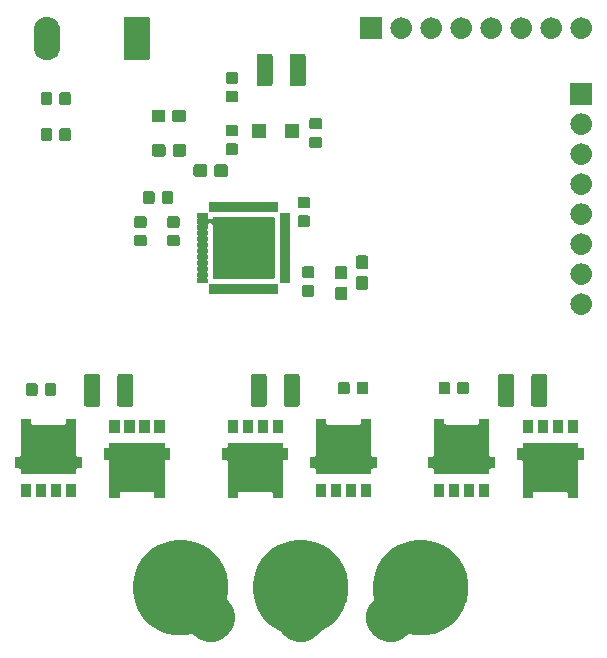
<source format=gbr>
G04 #@! TF.GenerationSoftware,KiCad,Pcbnew,(5.0.2)-1*
G04 #@! TF.CreationDate,2019-09-02T17:49:36+08:00*
G04 #@! TF.ProjectId,actuator,61637475-6174-46f7-922e-6b696361645f,rev?*
G04 #@! TF.SameCoordinates,Original*
G04 #@! TF.FileFunction,Soldermask,Top*
G04 #@! TF.FilePolarity,Negative*
%FSLAX46Y46*%
G04 Gerber Fmt 4.6, Leading zero omitted, Abs format (unit mm)*
G04 Created by KiCad (PCBNEW (5.0.2)-1) date 9/2/2019 5:49:36 PM*
%MOMM*%
%LPD*%
G01*
G04 APERTURE LIST*
%ADD10C,0.100000*%
G04 APERTURE END LIST*
D10*
G36*
X142532632Y-95799677D02*
X142964495Y-95978561D01*
X143269868Y-96105050D01*
X143928889Y-96545394D01*
X143933365Y-96548385D01*
X144497615Y-97112635D01*
X144497617Y-97112638D01*
X144940950Y-97776132D01*
X144940950Y-97776133D01*
X145246323Y-98513368D01*
X145402000Y-99296010D01*
X145402000Y-100093990D01*
X145246323Y-100876632D01*
X145225227Y-100927561D01*
X144940950Y-101613868D01*
X144500606Y-102272889D01*
X144497615Y-102277365D01*
X143933365Y-102841615D01*
X143933362Y-102841617D01*
X143269868Y-103284950D01*
X143092372Y-103358471D01*
X143070764Y-103370021D01*
X143051822Y-103385567D01*
X143036276Y-103404509D01*
X142944114Y-103542439D01*
X142658439Y-103828114D01*
X142658436Y-103828116D01*
X142322513Y-104052573D01*
X141949255Y-104207181D01*
X141949254Y-104207181D01*
X141949252Y-104207182D01*
X141553007Y-104286000D01*
X141148993Y-104286000D01*
X140752748Y-104207182D01*
X140752746Y-104207181D01*
X140752745Y-104207181D01*
X140379487Y-104052573D01*
X140043564Y-103828116D01*
X140043561Y-103828114D01*
X139757886Y-103542439D01*
X139665724Y-103404509D01*
X139650178Y-103385567D01*
X139631236Y-103370021D01*
X139609628Y-103358471D01*
X139432132Y-103284950D01*
X138768638Y-102841617D01*
X138768635Y-102841615D01*
X138204385Y-102277365D01*
X138201394Y-102272889D01*
X137761050Y-101613868D01*
X137476773Y-100927561D01*
X137455677Y-100876632D01*
X137300000Y-100093990D01*
X137300000Y-99296010D01*
X137455677Y-98513368D01*
X137761050Y-97776133D01*
X137761050Y-97776132D01*
X138204383Y-97112638D01*
X138204385Y-97112635D01*
X138768635Y-96548385D01*
X138773111Y-96545394D01*
X139432132Y-96105050D01*
X139737505Y-95978561D01*
X140169368Y-95799677D01*
X140952010Y-95644000D01*
X141749990Y-95644000D01*
X142532632Y-95799677D01*
X142532632Y-95799677D01*
G37*
G36*
X132372632Y-95799677D02*
X132804495Y-95978561D01*
X133109868Y-96105050D01*
X133768889Y-96545394D01*
X133773365Y-96548385D01*
X134337615Y-97112635D01*
X134337617Y-97112638D01*
X134780950Y-97776132D01*
X134780950Y-97776133D01*
X135086323Y-98513368D01*
X135242000Y-99296010D01*
X135242000Y-100093990D01*
X135130360Y-100655243D01*
X135127958Y-100679629D01*
X135130360Y-100704015D01*
X135137473Y-100727464D01*
X135149024Y-100749075D01*
X135164570Y-100768017D01*
X135324114Y-100927561D01*
X135324116Y-100927564D01*
X135548573Y-101263487D01*
X135703181Y-101636745D01*
X135782000Y-102032994D01*
X135782000Y-102437006D01*
X135703181Y-102833255D01*
X135548573Y-103206513D01*
X135496163Y-103284950D01*
X135324114Y-103542439D01*
X135038439Y-103828114D01*
X135038436Y-103828116D01*
X134702513Y-104052573D01*
X134329255Y-104207181D01*
X134329254Y-104207181D01*
X134329252Y-104207182D01*
X133933007Y-104286000D01*
X133528993Y-104286000D01*
X133132748Y-104207182D01*
X133132746Y-104207181D01*
X133132745Y-104207181D01*
X132759487Y-104052573D01*
X132423564Y-103828116D01*
X132423561Y-103828114D01*
X132264017Y-103668570D01*
X132245075Y-103653024D01*
X132223464Y-103641473D01*
X132200015Y-103634360D01*
X132175629Y-103631958D01*
X132151243Y-103634360D01*
X131589990Y-103746000D01*
X130792010Y-103746000D01*
X130009368Y-103590323D01*
X129477512Y-103370021D01*
X129272132Y-103284950D01*
X128608638Y-102841617D01*
X128608635Y-102841615D01*
X128044385Y-102277365D01*
X128041394Y-102272889D01*
X127601050Y-101613868D01*
X127316773Y-100927561D01*
X127295677Y-100876632D01*
X127140000Y-100093990D01*
X127140000Y-99296010D01*
X127295677Y-98513368D01*
X127601050Y-97776133D01*
X127601050Y-97776132D01*
X128044383Y-97112638D01*
X128044385Y-97112635D01*
X128608635Y-96548385D01*
X128613111Y-96545394D01*
X129272132Y-96105050D01*
X129577505Y-95978561D01*
X130009368Y-95799677D01*
X130792010Y-95644000D01*
X131589990Y-95644000D01*
X132372632Y-95799677D01*
X132372632Y-95799677D01*
G37*
G36*
X152692632Y-95799677D02*
X153124495Y-95978561D01*
X153429868Y-96105050D01*
X154088889Y-96545394D01*
X154093365Y-96548385D01*
X154657615Y-97112635D01*
X154657617Y-97112638D01*
X155100950Y-97776132D01*
X155100950Y-97776133D01*
X155406323Y-98513368D01*
X155562000Y-99296010D01*
X155562000Y-100093990D01*
X155406323Y-100876632D01*
X155385227Y-100927561D01*
X155100950Y-101613868D01*
X154660606Y-102272889D01*
X154657615Y-102277365D01*
X154093365Y-102841615D01*
X154093362Y-102841617D01*
X153429868Y-103284950D01*
X153224488Y-103370021D01*
X152692632Y-103590323D01*
X151909990Y-103746000D01*
X151112010Y-103746000D01*
X150550757Y-103634360D01*
X150526371Y-103631958D01*
X150501985Y-103634360D01*
X150478536Y-103641473D01*
X150456925Y-103653024D01*
X150437983Y-103668570D01*
X150278439Y-103828114D01*
X150278436Y-103828116D01*
X149942513Y-104052573D01*
X149569255Y-104207181D01*
X149569254Y-104207181D01*
X149569252Y-104207182D01*
X149173007Y-104286000D01*
X148768993Y-104286000D01*
X148372748Y-104207182D01*
X148372746Y-104207181D01*
X148372745Y-104207181D01*
X147999487Y-104052573D01*
X147663564Y-103828116D01*
X147663561Y-103828114D01*
X147377886Y-103542439D01*
X147205837Y-103284950D01*
X147153427Y-103206513D01*
X146998819Y-102833255D01*
X146920000Y-102437006D01*
X146920000Y-102032994D01*
X146998819Y-101636745D01*
X147153427Y-101263487D01*
X147377884Y-100927564D01*
X147377886Y-100927561D01*
X147537430Y-100768017D01*
X147552976Y-100749075D01*
X147564527Y-100727464D01*
X147571640Y-100704015D01*
X147574042Y-100679629D01*
X147571640Y-100655243D01*
X147460000Y-100093990D01*
X147460000Y-99296010D01*
X147615677Y-98513368D01*
X147921050Y-97776133D01*
X147921050Y-97776132D01*
X148364383Y-97112638D01*
X148364385Y-97112635D01*
X148928635Y-96548385D01*
X148933111Y-96545394D01*
X149592132Y-96105050D01*
X149897505Y-95978561D01*
X150329368Y-95799677D01*
X151112010Y-95644000D01*
X151909990Y-95644000D01*
X152692632Y-95799677D01*
X152692632Y-95799677D01*
G37*
G36*
X129831000Y-87759000D02*
X129833402Y-87783386D01*
X129840515Y-87806835D01*
X129852066Y-87828446D01*
X129867612Y-87847388D01*
X129886554Y-87862934D01*
X129908165Y-87874485D01*
X129931614Y-87881598D01*
X129956000Y-87884000D01*
X130326000Y-87884000D01*
X130326000Y-88891000D01*
X129956000Y-88891000D01*
X129931614Y-88893402D01*
X129908165Y-88900515D01*
X129886554Y-88912066D01*
X129867612Y-88927612D01*
X129852066Y-88946554D01*
X129840515Y-88968165D01*
X129833402Y-88991614D01*
X129831000Y-89016000D01*
X129831000Y-92081000D01*
X128979000Y-92081000D01*
X128979000Y-91731000D01*
X128976598Y-91706614D01*
X128969485Y-91683165D01*
X128957934Y-91661554D01*
X128942388Y-91642612D01*
X128923446Y-91627066D01*
X128901835Y-91615515D01*
X128878386Y-91608402D01*
X128854000Y-91606000D01*
X126146000Y-91606000D01*
X126121614Y-91608402D01*
X126098165Y-91615515D01*
X126076554Y-91627066D01*
X126057612Y-91642612D01*
X126042066Y-91661554D01*
X126030515Y-91683165D01*
X126023402Y-91706614D01*
X126021000Y-91731000D01*
X126021000Y-92081000D01*
X125169000Y-92081000D01*
X125169000Y-89016000D01*
X125166598Y-88991614D01*
X125159485Y-88968165D01*
X125147934Y-88946554D01*
X125132388Y-88927612D01*
X125113446Y-88912066D01*
X125091835Y-88900515D01*
X125068386Y-88893402D01*
X125044000Y-88891000D01*
X124674000Y-88891000D01*
X124674000Y-87884000D01*
X125044000Y-87884000D01*
X125068386Y-87881598D01*
X125091835Y-87874485D01*
X125113446Y-87862934D01*
X125132388Y-87847388D01*
X125147934Y-87828446D01*
X125159485Y-87806835D01*
X125166598Y-87783386D01*
X125169000Y-87759000D01*
X125169000Y-87449000D01*
X129831000Y-87449000D01*
X129831000Y-87759000D01*
X129831000Y-87759000D01*
G37*
G36*
X139831000Y-87759000D02*
X139833402Y-87783386D01*
X139840515Y-87806835D01*
X139852066Y-87828446D01*
X139867612Y-87847388D01*
X139886554Y-87862934D01*
X139908165Y-87874485D01*
X139931614Y-87881598D01*
X139956000Y-87884000D01*
X140326000Y-87884000D01*
X140326000Y-88891000D01*
X139956000Y-88891000D01*
X139931614Y-88893402D01*
X139908165Y-88900515D01*
X139886554Y-88912066D01*
X139867612Y-88927612D01*
X139852066Y-88946554D01*
X139840515Y-88968165D01*
X139833402Y-88991614D01*
X139831000Y-89016000D01*
X139831000Y-92081000D01*
X138979000Y-92081000D01*
X138979000Y-91731000D01*
X138976598Y-91706614D01*
X138969485Y-91683165D01*
X138957934Y-91661554D01*
X138942388Y-91642612D01*
X138923446Y-91627066D01*
X138901835Y-91615515D01*
X138878386Y-91608402D01*
X138854000Y-91606000D01*
X136146000Y-91606000D01*
X136121614Y-91608402D01*
X136098165Y-91615515D01*
X136076554Y-91627066D01*
X136057612Y-91642612D01*
X136042066Y-91661554D01*
X136030515Y-91683165D01*
X136023402Y-91706614D01*
X136021000Y-91731000D01*
X136021000Y-92081000D01*
X135169000Y-92081000D01*
X135169000Y-89016000D01*
X135166598Y-88991614D01*
X135159485Y-88968165D01*
X135147934Y-88946554D01*
X135132388Y-88927612D01*
X135113446Y-88912066D01*
X135091835Y-88900515D01*
X135068386Y-88893402D01*
X135044000Y-88891000D01*
X134674000Y-88891000D01*
X134674000Y-87884000D01*
X135044000Y-87884000D01*
X135068386Y-87881598D01*
X135091835Y-87874485D01*
X135113446Y-87862934D01*
X135132388Y-87847388D01*
X135147934Y-87828446D01*
X135159485Y-87806835D01*
X135166598Y-87783386D01*
X135169000Y-87759000D01*
X135169000Y-87449000D01*
X139831000Y-87449000D01*
X139831000Y-87759000D01*
X139831000Y-87759000D01*
G37*
G36*
X164831000Y-87759000D02*
X164833402Y-87783386D01*
X164840515Y-87806835D01*
X164852066Y-87828446D01*
X164867612Y-87847388D01*
X164886554Y-87862934D01*
X164908165Y-87874485D01*
X164931614Y-87881598D01*
X164956000Y-87884000D01*
X165326000Y-87884000D01*
X165326000Y-88891000D01*
X164956000Y-88891000D01*
X164931614Y-88893402D01*
X164908165Y-88900515D01*
X164886554Y-88912066D01*
X164867612Y-88927612D01*
X164852066Y-88946554D01*
X164840515Y-88968165D01*
X164833402Y-88991614D01*
X164831000Y-89016000D01*
X164831000Y-92081000D01*
X163979000Y-92081000D01*
X163979000Y-91731000D01*
X163976598Y-91706614D01*
X163969485Y-91683165D01*
X163957934Y-91661554D01*
X163942388Y-91642612D01*
X163923446Y-91627066D01*
X163901835Y-91615515D01*
X163878386Y-91608402D01*
X163854000Y-91606000D01*
X161146000Y-91606000D01*
X161121614Y-91608402D01*
X161098165Y-91615515D01*
X161076554Y-91627066D01*
X161057612Y-91642612D01*
X161042066Y-91661554D01*
X161030515Y-91683165D01*
X161023402Y-91706614D01*
X161021000Y-91731000D01*
X161021000Y-92081000D01*
X160169000Y-92081000D01*
X160169000Y-89016000D01*
X160166598Y-88991614D01*
X160159485Y-88968165D01*
X160147934Y-88946554D01*
X160132388Y-88927612D01*
X160113446Y-88912066D01*
X160091835Y-88900515D01*
X160068386Y-88893402D01*
X160044000Y-88891000D01*
X159674000Y-88891000D01*
X159674000Y-87884000D01*
X160044000Y-87884000D01*
X160068386Y-87881598D01*
X160091835Y-87874485D01*
X160113446Y-87862934D01*
X160132388Y-87847388D01*
X160147934Y-87828446D01*
X160159485Y-87806835D01*
X160166598Y-87783386D01*
X160169000Y-87759000D01*
X160169000Y-87449000D01*
X164831000Y-87449000D01*
X164831000Y-87759000D01*
X164831000Y-87759000D01*
G37*
G36*
X146061000Y-92016000D02*
X145209000Y-92016000D01*
X145209000Y-90914000D01*
X146061000Y-90914000D01*
X146061000Y-92016000D01*
X146061000Y-92016000D01*
G37*
G36*
X119791000Y-92016000D02*
X118939000Y-92016000D01*
X118939000Y-90914000D01*
X119791000Y-90914000D01*
X119791000Y-92016000D01*
X119791000Y-92016000D01*
G37*
G36*
X121061000Y-92016000D02*
X120209000Y-92016000D01*
X120209000Y-90914000D01*
X121061000Y-90914000D01*
X121061000Y-92016000D01*
X121061000Y-92016000D01*
G37*
G36*
X118521000Y-92016000D02*
X117669000Y-92016000D01*
X117669000Y-90914000D01*
X118521000Y-90914000D01*
X118521000Y-92016000D01*
X118521000Y-92016000D01*
G37*
G36*
X157331000Y-92016000D02*
X156479000Y-92016000D01*
X156479000Y-90914000D01*
X157331000Y-90914000D01*
X157331000Y-92016000D01*
X157331000Y-92016000D01*
G37*
G36*
X153521000Y-92016000D02*
X152669000Y-92016000D01*
X152669000Y-90914000D01*
X153521000Y-90914000D01*
X153521000Y-92016000D01*
X153521000Y-92016000D01*
G37*
G36*
X144791000Y-92016000D02*
X143939000Y-92016000D01*
X143939000Y-90914000D01*
X144791000Y-90914000D01*
X144791000Y-92016000D01*
X144791000Y-92016000D01*
G37*
G36*
X147331000Y-92016000D02*
X146479000Y-92016000D01*
X146479000Y-90914000D01*
X147331000Y-90914000D01*
X147331000Y-92016000D01*
X147331000Y-92016000D01*
G37*
G36*
X154791000Y-92016000D02*
X153939000Y-92016000D01*
X153939000Y-90914000D01*
X154791000Y-90914000D01*
X154791000Y-92016000D01*
X154791000Y-92016000D01*
G37*
G36*
X156061000Y-92016000D02*
X155209000Y-92016000D01*
X155209000Y-90914000D01*
X156061000Y-90914000D01*
X156061000Y-92016000D01*
X156061000Y-92016000D01*
G37*
G36*
X143521000Y-92016000D02*
X142669000Y-92016000D01*
X142669000Y-90914000D01*
X143521000Y-90914000D01*
X143521000Y-92016000D01*
X143521000Y-92016000D01*
G37*
G36*
X122331000Y-92016000D02*
X121479000Y-92016000D01*
X121479000Y-90914000D01*
X122331000Y-90914000D01*
X122331000Y-92016000D01*
X122331000Y-92016000D01*
G37*
G36*
X153521000Y-85769000D02*
X153523402Y-85793386D01*
X153530515Y-85816835D01*
X153542066Y-85838446D01*
X153557612Y-85857388D01*
X153576554Y-85872934D01*
X153598165Y-85884485D01*
X153621614Y-85891598D01*
X153646000Y-85894000D01*
X156354000Y-85894000D01*
X156378386Y-85891598D01*
X156401835Y-85884485D01*
X156423446Y-85872934D01*
X156442388Y-85857388D01*
X156457934Y-85838446D01*
X156469485Y-85816835D01*
X156476598Y-85793386D01*
X156479000Y-85769000D01*
X156479000Y-85419000D01*
X157331000Y-85419000D01*
X157331000Y-88484000D01*
X157333402Y-88508386D01*
X157340515Y-88531835D01*
X157352066Y-88553446D01*
X157367612Y-88572388D01*
X157386554Y-88587934D01*
X157408165Y-88599485D01*
X157431614Y-88606598D01*
X157456000Y-88609000D01*
X157826000Y-88609000D01*
X157826000Y-89616000D01*
X157456000Y-89616000D01*
X157431614Y-89618402D01*
X157408165Y-89625515D01*
X157386554Y-89637066D01*
X157367612Y-89652612D01*
X157352066Y-89671554D01*
X157340515Y-89693165D01*
X157333402Y-89716614D01*
X157331000Y-89741000D01*
X157331000Y-90051000D01*
X152669000Y-90051000D01*
X152669000Y-89741000D01*
X152666598Y-89716614D01*
X152659485Y-89693165D01*
X152647934Y-89671554D01*
X152632388Y-89652612D01*
X152613446Y-89637066D01*
X152591835Y-89625515D01*
X152568386Y-89618402D01*
X152544000Y-89616000D01*
X152174000Y-89616000D01*
X152174000Y-88609000D01*
X152544000Y-88609000D01*
X152568386Y-88606598D01*
X152591835Y-88599485D01*
X152613446Y-88587934D01*
X152632388Y-88572388D01*
X152647934Y-88553446D01*
X152659485Y-88531835D01*
X152666598Y-88508386D01*
X152669000Y-88484000D01*
X152669000Y-85419000D01*
X153521000Y-85419000D01*
X153521000Y-85769000D01*
X153521000Y-85769000D01*
G37*
G36*
X118521000Y-85769000D02*
X118523402Y-85793386D01*
X118530515Y-85816835D01*
X118542066Y-85838446D01*
X118557612Y-85857388D01*
X118576554Y-85872934D01*
X118598165Y-85884485D01*
X118621614Y-85891598D01*
X118646000Y-85894000D01*
X121354000Y-85894000D01*
X121378386Y-85891598D01*
X121401835Y-85884485D01*
X121423446Y-85872934D01*
X121442388Y-85857388D01*
X121457934Y-85838446D01*
X121469485Y-85816835D01*
X121476598Y-85793386D01*
X121479000Y-85769000D01*
X121479000Y-85419000D01*
X122331000Y-85419000D01*
X122331000Y-88484000D01*
X122333402Y-88508386D01*
X122340515Y-88531835D01*
X122352066Y-88553446D01*
X122367612Y-88572388D01*
X122386554Y-88587934D01*
X122408165Y-88599485D01*
X122431614Y-88606598D01*
X122456000Y-88609000D01*
X122826000Y-88609000D01*
X122826000Y-89616000D01*
X122456000Y-89616000D01*
X122431614Y-89618402D01*
X122408165Y-89625515D01*
X122386554Y-89637066D01*
X122367612Y-89652612D01*
X122352066Y-89671554D01*
X122340515Y-89693165D01*
X122333402Y-89716614D01*
X122331000Y-89741000D01*
X122331000Y-90051000D01*
X117669000Y-90051000D01*
X117669000Y-89741000D01*
X117666598Y-89716614D01*
X117659485Y-89693165D01*
X117647934Y-89671554D01*
X117632388Y-89652612D01*
X117613446Y-89637066D01*
X117591835Y-89625515D01*
X117568386Y-89618402D01*
X117544000Y-89616000D01*
X117174000Y-89616000D01*
X117174000Y-88609000D01*
X117544000Y-88609000D01*
X117568386Y-88606598D01*
X117591835Y-88599485D01*
X117613446Y-88587934D01*
X117632388Y-88572388D01*
X117647934Y-88553446D01*
X117659485Y-88531835D01*
X117666598Y-88508386D01*
X117669000Y-88484000D01*
X117669000Y-85419000D01*
X118521000Y-85419000D01*
X118521000Y-85769000D01*
X118521000Y-85769000D01*
G37*
G36*
X143521000Y-85769000D02*
X143523402Y-85793386D01*
X143530515Y-85816835D01*
X143542066Y-85838446D01*
X143557612Y-85857388D01*
X143576554Y-85872934D01*
X143598165Y-85884485D01*
X143621614Y-85891598D01*
X143646000Y-85894000D01*
X146354000Y-85894000D01*
X146378386Y-85891598D01*
X146401835Y-85884485D01*
X146423446Y-85872934D01*
X146442388Y-85857388D01*
X146457934Y-85838446D01*
X146469485Y-85816835D01*
X146476598Y-85793386D01*
X146479000Y-85769000D01*
X146479000Y-85419000D01*
X147331000Y-85419000D01*
X147331000Y-88484000D01*
X147333402Y-88508386D01*
X147340515Y-88531835D01*
X147352066Y-88553446D01*
X147367612Y-88572388D01*
X147386554Y-88587934D01*
X147408165Y-88599485D01*
X147431614Y-88606598D01*
X147456000Y-88609000D01*
X147826000Y-88609000D01*
X147826000Y-89616000D01*
X147456000Y-89616000D01*
X147431614Y-89618402D01*
X147408165Y-89625515D01*
X147386554Y-89637066D01*
X147367612Y-89652612D01*
X147352066Y-89671554D01*
X147340515Y-89693165D01*
X147333402Y-89716614D01*
X147331000Y-89741000D01*
X147331000Y-90051000D01*
X142669000Y-90051000D01*
X142669000Y-89741000D01*
X142666598Y-89716614D01*
X142659485Y-89693165D01*
X142647934Y-89671554D01*
X142632388Y-89652612D01*
X142613446Y-89637066D01*
X142591835Y-89625515D01*
X142568386Y-89618402D01*
X142544000Y-89616000D01*
X142174000Y-89616000D01*
X142174000Y-88609000D01*
X142544000Y-88609000D01*
X142568386Y-88606598D01*
X142591835Y-88599485D01*
X142613446Y-88587934D01*
X142632388Y-88572388D01*
X142647934Y-88553446D01*
X142659485Y-88531835D01*
X142666598Y-88508386D01*
X142669000Y-88484000D01*
X142669000Y-85419000D01*
X143521000Y-85419000D01*
X143521000Y-85769000D01*
X143521000Y-85769000D01*
G37*
G36*
X164831000Y-86586000D02*
X163979000Y-86586000D01*
X163979000Y-85484000D01*
X164831000Y-85484000D01*
X164831000Y-86586000D01*
X164831000Y-86586000D01*
G37*
G36*
X126021000Y-86586000D02*
X125169000Y-86586000D01*
X125169000Y-85484000D01*
X126021000Y-85484000D01*
X126021000Y-86586000D01*
X126021000Y-86586000D01*
G37*
G36*
X161021000Y-86586000D02*
X160169000Y-86586000D01*
X160169000Y-85484000D01*
X161021000Y-85484000D01*
X161021000Y-86586000D01*
X161021000Y-86586000D01*
G37*
G36*
X127291000Y-86586000D02*
X126439000Y-86586000D01*
X126439000Y-85484000D01*
X127291000Y-85484000D01*
X127291000Y-86586000D01*
X127291000Y-86586000D01*
G37*
G36*
X128561000Y-86586000D02*
X127709000Y-86586000D01*
X127709000Y-85484000D01*
X128561000Y-85484000D01*
X128561000Y-86586000D01*
X128561000Y-86586000D01*
G37*
G36*
X163561000Y-86586000D02*
X162709000Y-86586000D01*
X162709000Y-85484000D01*
X163561000Y-85484000D01*
X163561000Y-86586000D01*
X163561000Y-86586000D01*
G37*
G36*
X162291000Y-86586000D02*
X161439000Y-86586000D01*
X161439000Y-85484000D01*
X162291000Y-85484000D01*
X162291000Y-86586000D01*
X162291000Y-86586000D01*
G37*
G36*
X139831000Y-86586000D02*
X138979000Y-86586000D01*
X138979000Y-85484000D01*
X139831000Y-85484000D01*
X139831000Y-86586000D01*
X139831000Y-86586000D01*
G37*
G36*
X129831000Y-86586000D02*
X128979000Y-86586000D01*
X128979000Y-85484000D01*
X129831000Y-85484000D01*
X129831000Y-86586000D01*
X129831000Y-86586000D01*
G37*
G36*
X136021000Y-86586000D02*
X135169000Y-86586000D01*
X135169000Y-85484000D01*
X136021000Y-85484000D01*
X136021000Y-86586000D01*
X136021000Y-86586000D01*
G37*
G36*
X137291000Y-86586000D02*
X136439000Y-86586000D01*
X136439000Y-85484000D01*
X137291000Y-85484000D01*
X137291000Y-86586000D01*
X137291000Y-86586000D01*
G37*
G36*
X138561000Y-86586000D02*
X137709000Y-86586000D01*
X137709000Y-85484000D01*
X138561000Y-85484000D01*
X138561000Y-86586000D01*
X138561000Y-86586000D01*
G37*
G36*
X141110604Y-81628347D02*
X141147145Y-81639432D01*
X141180820Y-81657431D01*
X141210341Y-81681659D01*
X141234569Y-81711180D01*
X141252568Y-81744855D01*
X141263653Y-81781396D01*
X141268000Y-81825538D01*
X141268000Y-84174462D01*
X141263653Y-84218604D01*
X141252568Y-84255145D01*
X141234569Y-84288820D01*
X141210341Y-84318341D01*
X141180820Y-84342569D01*
X141147145Y-84360568D01*
X141110604Y-84371653D01*
X141066462Y-84376000D01*
X140117538Y-84376000D01*
X140073396Y-84371653D01*
X140036855Y-84360568D01*
X140003180Y-84342569D01*
X139973659Y-84318341D01*
X139949431Y-84288820D01*
X139931432Y-84255145D01*
X139920347Y-84218604D01*
X139916000Y-84174462D01*
X139916000Y-81825538D01*
X139920347Y-81781396D01*
X139931432Y-81744855D01*
X139949431Y-81711180D01*
X139973659Y-81681659D01*
X140003180Y-81657431D01*
X140036855Y-81639432D01*
X140073396Y-81628347D01*
X140117538Y-81624000D01*
X141066462Y-81624000D01*
X141110604Y-81628347D01*
X141110604Y-81628347D01*
G37*
G36*
X162065604Y-81628347D02*
X162102145Y-81639432D01*
X162135820Y-81657431D01*
X162165341Y-81681659D01*
X162189569Y-81711180D01*
X162207568Y-81744855D01*
X162218653Y-81781396D01*
X162223000Y-81825538D01*
X162223000Y-84174462D01*
X162218653Y-84218604D01*
X162207568Y-84255145D01*
X162189569Y-84288820D01*
X162165341Y-84318341D01*
X162135820Y-84342569D01*
X162102145Y-84360568D01*
X162065604Y-84371653D01*
X162021462Y-84376000D01*
X161072538Y-84376000D01*
X161028396Y-84371653D01*
X160991855Y-84360568D01*
X160958180Y-84342569D01*
X160928659Y-84318341D01*
X160904431Y-84288820D01*
X160886432Y-84255145D01*
X160875347Y-84218604D01*
X160871000Y-84174462D01*
X160871000Y-81825538D01*
X160875347Y-81781396D01*
X160886432Y-81744855D01*
X160904431Y-81711180D01*
X160928659Y-81681659D01*
X160958180Y-81657431D01*
X160991855Y-81639432D01*
X161028396Y-81628347D01*
X161072538Y-81624000D01*
X162021462Y-81624000D01*
X162065604Y-81628347D01*
X162065604Y-81628347D01*
G37*
G36*
X138310604Y-81628347D02*
X138347145Y-81639432D01*
X138380820Y-81657431D01*
X138410341Y-81681659D01*
X138434569Y-81711180D01*
X138452568Y-81744855D01*
X138463653Y-81781396D01*
X138468000Y-81825538D01*
X138468000Y-84174462D01*
X138463653Y-84218604D01*
X138452568Y-84255145D01*
X138434569Y-84288820D01*
X138410341Y-84318341D01*
X138380820Y-84342569D01*
X138347145Y-84360568D01*
X138310604Y-84371653D01*
X138266462Y-84376000D01*
X137317538Y-84376000D01*
X137273396Y-84371653D01*
X137236855Y-84360568D01*
X137203180Y-84342569D01*
X137173659Y-84318341D01*
X137149431Y-84288820D01*
X137131432Y-84255145D01*
X137120347Y-84218604D01*
X137116000Y-84174462D01*
X137116000Y-81825538D01*
X137120347Y-81781396D01*
X137131432Y-81744855D01*
X137149431Y-81711180D01*
X137173659Y-81681659D01*
X137203180Y-81657431D01*
X137236855Y-81639432D01*
X137273396Y-81628347D01*
X137317538Y-81624000D01*
X138266462Y-81624000D01*
X138310604Y-81628347D01*
X138310604Y-81628347D01*
G37*
G36*
X127013604Y-81628347D02*
X127050145Y-81639432D01*
X127083820Y-81657431D01*
X127113341Y-81681659D01*
X127137569Y-81711180D01*
X127155568Y-81744855D01*
X127166653Y-81781396D01*
X127171000Y-81825538D01*
X127171000Y-84174462D01*
X127166653Y-84218604D01*
X127155568Y-84255145D01*
X127137569Y-84288820D01*
X127113341Y-84318341D01*
X127083820Y-84342569D01*
X127050145Y-84360568D01*
X127013604Y-84371653D01*
X126969462Y-84376000D01*
X126020538Y-84376000D01*
X125976396Y-84371653D01*
X125939855Y-84360568D01*
X125906180Y-84342569D01*
X125876659Y-84318341D01*
X125852431Y-84288820D01*
X125834432Y-84255145D01*
X125823347Y-84218604D01*
X125819000Y-84174462D01*
X125819000Y-81825538D01*
X125823347Y-81781396D01*
X125834432Y-81744855D01*
X125852431Y-81711180D01*
X125876659Y-81681659D01*
X125906180Y-81657431D01*
X125939855Y-81639432D01*
X125976396Y-81628347D01*
X126020538Y-81624000D01*
X126969462Y-81624000D01*
X127013604Y-81628347D01*
X127013604Y-81628347D01*
G37*
G36*
X124213604Y-81628347D02*
X124250145Y-81639432D01*
X124283820Y-81657431D01*
X124313341Y-81681659D01*
X124337569Y-81711180D01*
X124355568Y-81744855D01*
X124366653Y-81781396D01*
X124371000Y-81825538D01*
X124371000Y-84174462D01*
X124366653Y-84218604D01*
X124355568Y-84255145D01*
X124337569Y-84288820D01*
X124313341Y-84318341D01*
X124283820Y-84342569D01*
X124250145Y-84360568D01*
X124213604Y-84371653D01*
X124169462Y-84376000D01*
X123220538Y-84376000D01*
X123176396Y-84371653D01*
X123139855Y-84360568D01*
X123106180Y-84342569D01*
X123076659Y-84318341D01*
X123052431Y-84288820D01*
X123034432Y-84255145D01*
X123023347Y-84218604D01*
X123019000Y-84174462D01*
X123019000Y-81825538D01*
X123023347Y-81781396D01*
X123034432Y-81744855D01*
X123052431Y-81711180D01*
X123076659Y-81681659D01*
X123106180Y-81657431D01*
X123139855Y-81639432D01*
X123176396Y-81628347D01*
X123220538Y-81624000D01*
X124169462Y-81624000D01*
X124213604Y-81628347D01*
X124213604Y-81628347D01*
G37*
G36*
X159265604Y-81628347D02*
X159302145Y-81639432D01*
X159335820Y-81657431D01*
X159365341Y-81681659D01*
X159389569Y-81711180D01*
X159407568Y-81744855D01*
X159418653Y-81781396D01*
X159423000Y-81825538D01*
X159423000Y-84174462D01*
X159418653Y-84218604D01*
X159407568Y-84255145D01*
X159389569Y-84288820D01*
X159365341Y-84318341D01*
X159335820Y-84342569D01*
X159302145Y-84360568D01*
X159265604Y-84371653D01*
X159221462Y-84376000D01*
X158272538Y-84376000D01*
X158228396Y-84371653D01*
X158191855Y-84360568D01*
X158158180Y-84342569D01*
X158128659Y-84318341D01*
X158104431Y-84288820D01*
X158086432Y-84255145D01*
X158075347Y-84218604D01*
X158071000Y-84174462D01*
X158071000Y-81825538D01*
X158075347Y-81781396D01*
X158086432Y-81744855D01*
X158104431Y-81711180D01*
X158128659Y-81681659D01*
X158158180Y-81657431D01*
X158191855Y-81639432D01*
X158228396Y-81628347D01*
X158272538Y-81624000D01*
X159221462Y-81624000D01*
X159265604Y-81628347D01*
X159265604Y-81628347D01*
G37*
G36*
X120509591Y-82409085D02*
X120543569Y-82419393D01*
X120574887Y-82436133D01*
X120602339Y-82458661D01*
X120624867Y-82486113D01*
X120641607Y-82517431D01*
X120651915Y-82551409D01*
X120656000Y-82592890D01*
X120656000Y-83269110D01*
X120651915Y-83310591D01*
X120641607Y-83344569D01*
X120624867Y-83375887D01*
X120602339Y-83403339D01*
X120574887Y-83425867D01*
X120543569Y-83442607D01*
X120509591Y-83452915D01*
X120468110Y-83457000D01*
X119866890Y-83457000D01*
X119825409Y-83452915D01*
X119791431Y-83442607D01*
X119760113Y-83425867D01*
X119732661Y-83403339D01*
X119710133Y-83375887D01*
X119693393Y-83344569D01*
X119683085Y-83310591D01*
X119679000Y-83269110D01*
X119679000Y-82592890D01*
X119683085Y-82551409D01*
X119693393Y-82517431D01*
X119710133Y-82486113D01*
X119732661Y-82458661D01*
X119760113Y-82436133D01*
X119791431Y-82419393D01*
X119825409Y-82409085D01*
X119866890Y-82405000D01*
X120468110Y-82405000D01*
X120509591Y-82409085D01*
X120509591Y-82409085D01*
G37*
G36*
X118934591Y-82409085D02*
X118968569Y-82419393D01*
X118999887Y-82436133D01*
X119027339Y-82458661D01*
X119049867Y-82486113D01*
X119066607Y-82517431D01*
X119076915Y-82551409D01*
X119081000Y-82592890D01*
X119081000Y-83269110D01*
X119076915Y-83310591D01*
X119066607Y-83344569D01*
X119049867Y-83375887D01*
X119027339Y-83403339D01*
X118999887Y-83425867D01*
X118968569Y-83442607D01*
X118934591Y-83452915D01*
X118893110Y-83457000D01*
X118291890Y-83457000D01*
X118250409Y-83452915D01*
X118216431Y-83442607D01*
X118185113Y-83425867D01*
X118157661Y-83403339D01*
X118135133Y-83375887D01*
X118118393Y-83344569D01*
X118108085Y-83310591D01*
X118104000Y-83269110D01*
X118104000Y-82592890D01*
X118108085Y-82551409D01*
X118118393Y-82517431D01*
X118135133Y-82486113D01*
X118157661Y-82458661D01*
X118185113Y-82436133D01*
X118216431Y-82419393D01*
X118250409Y-82409085D01*
X118291890Y-82405000D01*
X118893110Y-82405000D01*
X118934591Y-82409085D01*
X118934591Y-82409085D01*
G37*
G36*
X153859591Y-82282085D02*
X153893569Y-82292393D01*
X153924887Y-82309133D01*
X153952339Y-82331661D01*
X153974867Y-82359113D01*
X153991607Y-82390431D01*
X154001915Y-82424409D01*
X154006000Y-82465890D01*
X154006000Y-83142110D01*
X154001915Y-83183591D01*
X153991607Y-83217569D01*
X153974867Y-83248887D01*
X153952339Y-83276339D01*
X153924887Y-83298867D01*
X153893569Y-83315607D01*
X153859591Y-83325915D01*
X153818110Y-83330000D01*
X153216890Y-83330000D01*
X153175409Y-83325915D01*
X153141431Y-83315607D01*
X153110113Y-83298867D01*
X153082661Y-83276339D01*
X153060133Y-83248887D01*
X153043393Y-83217569D01*
X153033085Y-83183591D01*
X153029000Y-83142110D01*
X153029000Y-82465890D01*
X153033085Y-82424409D01*
X153043393Y-82390431D01*
X153060133Y-82359113D01*
X153082661Y-82331661D01*
X153110113Y-82309133D01*
X153141431Y-82292393D01*
X153175409Y-82282085D01*
X153216890Y-82278000D01*
X153818110Y-82278000D01*
X153859591Y-82282085D01*
X153859591Y-82282085D01*
G37*
G36*
X155434591Y-82282085D02*
X155468569Y-82292393D01*
X155499887Y-82309133D01*
X155527339Y-82331661D01*
X155549867Y-82359113D01*
X155566607Y-82390431D01*
X155576915Y-82424409D01*
X155581000Y-82465890D01*
X155581000Y-83142110D01*
X155576915Y-83183591D01*
X155566607Y-83217569D01*
X155549867Y-83248887D01*
X155527339Y-83276339D01*
X155499887Y-83298867D01*
X155468569Y-83315607D01*
X155434591Y-83325915D01*
X155393110Y-83330000D01*
X154791890Y-83330000D01*
X154750409Y-83325915D01*
X154716431Y-83315607D01*
X154685113Y-83298867D01*
X154657661Y-83276339D01*
X154635133Y-83248887D01*
X154618393Y-83217569D01*
X154608085Y-83183591D01*
X154604000Y-83142110D01*
X154604000Y-82465890D01*
X154608085Y-82424409D01*
X154618393Y-82390431D01*
X154635133Y-82359113D01*
X154657661Y-82331661D01*
X154685113Y-82309133D01*
X154716431Y-82292393D01*
X154750409Y-82282085D01*
X154791890Y-82278000D01*
X155393110Y-82278000D01*
X155434591Y-82282085D01*
X155434591Y-82282085D01*
G37*
G36*
X146925591Y-82282085D02*
X146959569Y-82292393D01*
X146990887Y-82309133D01*
X147018339Y-82331661D01*
X147040867Y-82359113D01*
X147057607Y-82390431D01*
X147067915Y-82424409D01*
X147072000Y-82465890D01*
X147072000Y-83142110D01*
X147067915Y-83183591D01*
X147057607Y-83217569D01*
X147040867Y-83248887D01*
X147018339Y-83276339D01*
X146990887Y-83298867D01*
X146959569Y-83315607D01*
X146925591Y-83325915D01*
X146884110Y-83330000D01*
X146282890Y-83330000D01*
X146241409Y-83325915D01*
X146207431Y-83315607D01*
X146176113Y-83298867D01*
X146148661Y-83276339D01*
X146126133Y-83248887D01*
X146109393Y-83217569D01*
X146099085Y-83183591D01*
X146095000Y-83142110D01*
X146095000Y-82465890D01*
X146099085Y-82424409D01*
X146109393Y-82390431D01*
X146126133Y-82359113D01*
X146148661Y-82331661D01*
X146176113Y-82309133D01*
X146207431Y-82292393D01*
X146241409Y-82282085D01*
X146282890Y-82278000D01*
X146884110Y-82278000D01*
X146925591Y-82282085D01*
X146925591Y-82282085D01*
G37*
G36*
X145350591Y-82282085D02*
X145384569Y-82292393D01*
X145415887Y-82309133D01*
X145443339Y-82331661D01*
X145465867Y-82359113D01*
X145482607Y-82390431D01*
X145492915Y-82424409D01*
X145497000Y-82465890D01*
X145497000Y-83142110D01*
X145492915Y-83183591D01*
X145482607Y-83217569D01*
X145465867Y-83248887D01*
X145443339Y-83276339D01*
X145415887Y-83298867D01*
X145384569Y-83315607D01*
X145350591Y-83325915D01*
X145309110Y-83330000D01*
X144707890Y-83330000D01*
X144666409Y-83325915D01*
X144632431Y-83315607D01*
X144601113Y-83298867D01*
X144573661Y-83276339D01*
X144551133Y-83248887D01*
X144534393Y-83217569D01*
X144524085Y-83183591D01*
X144520000Y-83142110D01*
X144520000Y-82465890D01*
X144524085Y-82424409D01*
X144534393Y-82390431D01*
X144551133Y-82359113D01*
X144573661Y-82331661D01*
X144601113Y-82309133D01*
X144632431Y-82292393D01*
X144666409Y-82282085D01*
X144707890Y-82278000D01*
X145309110Y-82278000D01*
X145350591Y-82282085D01*
X145350591Y-82282085D01*
G37*
G36*
X165210442Y-74797518D02*
X165276627Y-74804037D01*
X165376803Y-74834425D01*
X165446467Y-74855557D01*
X165552474Y-74912220D01*
X165602991Y-74939222D01*
X165638729Y-74968552D01*
X165740186Y-75051814D01*
X165823448Y-75153271D01*
X165852778Y-75189009D01*
X165852779Y-75189011D01*
X165936443Y-75345533D01*
X165940815Y-75359947D01*
X165987963Y-75515373D01*
X166005359Y-75692000D01*
X165987963Y-75868627D01*
X165953616Y-75981853D01*
X165936443Y-76038467D01*
X165862348Y-76177087D01*
X165852778Y-76194991D01*
X165823448Y-76230729D01*
X165740186Y-76332186D01*
X165638729Y-76415448D01*
X165602991Y-76444778D01*
X165602989Y-76444779D01*
X165446467Y-76528443D01*
X165389853Y-76545616D01*
X165276627Y-76579963D01*
X165210443Y-76586481D01*
X165144260Y-76593000D01*
X165055740Y-76593000D01*
X164989557Y-76586481D01*
X164923373Y-76579963D01*
X164810147Y-76545616D01*
X164753533Y-76528443D01*
X164597011Y-76444779D01*
X164597009Y-76444778D01*
X164561271Y-76415448D01*
X164459814Y-76332186D01*
X164376552Y-76230729D01*
X164347222Y-76194991D01*
X164337652Y-76177087D01*
X164263557Y-76038467D01*
X164246384Y-75981853D01*
X164212037Y-75868627D01*
X164194641Y-75692000D01*
X164212037Y-75515373D01*
X164259185Y-75359947D01*
X164263557Y-75345533D01*
X164347221Y-75189011D01*
X164347222Y-75189009D01*
X164376552Y-75153271D01*
X164459814Y-75051814D01*
X164561271Y-74968552D01*
X164597009Y-74939222D01*
X164647526Y-74912220D01*
X164753533Y-74855557D01*
X164823197Y-74834425D01*
X164923373Y-74804037D01*
X164989558Y-74797518D01*
X165055740Y-74791000D01*
X165144260Y-74791000D01*
X165210442Y-74797518D01*
X165210442Y-74797518D01*
G37*
G36*
X145144499Y-74217445D02*
X145181993Y-74228819D01*
X145216557Y-74247294D01*
X145246847Y-74272153D01*
X145271706Y-74302443D01*
X145290181Y-74337007D01*
X145301555Y-74374501D01*
X145306000Y-74419638D01*
X145306000Y-75158362D01*
X145301555Y-75203499D01*
X145290181Y-75240993D01*
X145271706Y-75275557D01*
X145246847Y-75305847D01*
X145216557Y-75330706D01*
X145181993Y-75349181D01*
X145144499Y-75360555D01*
X145099362Y-75365000D01*
X144460638Y-75365000D01*
X144415501Y-75360555D01*
X144378007Y-75349181D01*
X144343443Y-75330706D01*
X144313153Y-75305847D01*
X144288294Y-75275557D01*
X144269819Y-75240993D01*
X144258445Y-75203499D01*
X144254000Y-75158362D01*
X144254000Y-74419638D01*
X144258445Y-74374501D01*
X144269819Y-74337007D01*
X144288294Y-74302443D01*
X144313153Y-74272153D01*
X144343443Y-74247294D01*
X144378007Y-74228819D01*
X144415501Y-74217445D01*
X144460638Y-74213000D01*
X145099362Y-74213000D01*
X145144499Y-74217445D01*
X145144499Y-74217445D01*
G37*
G36*
X142365591Y-74090085D02*
X142399569Y-74100393D01*
X142430887Y-74117133D01*
X142458339Y-74139661D01*
X142480867Y-74167113D01*
X142497607Y-74198431D01*
X142507915Y-74232409D01*
X142512000Y-74273890D01*
X142512000Y-74875110D01*
X142507915Y-74916591D01*
X142497607Y-74950569D01*
X142480867Y-74981887D01*
X142458339Y-75009339D01*
X142430887Y-75031867D01*
X142399569Y-75048607D01*
X142365591Y-75058915D01*
X142324110Y-75063000D01*
X141647890Y-75063000D01*
X141606409Y-75058915D01*
X141572431Y-75048607D01*
X141541113Y-75031867D01*
X141513661Y-75009339D01*
X141491133Y-74981887D01*
X141474393Y-74950569D01*
X141464085Y-74916591D01*
X141460000Y-74875110D01*
X141460000Y-74273890D01*
X141464085Y-74232409D01*
X141474393Y-74198431D01*
X141491133Y-74167113D01*
X141513661Y-74139661D01*
X141541113Y-74117133D01*
X141572431Y-74100393D01*
X141606409Y-74090085D01*
X141647890Y-74086000D01*
X142324110Y-74086000D01*
X142365591Y-74090085D01*
X142365591Y-74090085D01*
G37*
G36*
X135430681Y-73997617D02*
X135435352Y-73999034D01*
X135439654Y-74001334D01*
X135446029Y-74006565D01*
X135466404Y-74020178D01*
X135489044Y-74029555D01*
X135513077Y-74034335D01*
X135537582Y-74034334D01*
X135561615Y-74029552D01*
X135584254Y-74020174D01*
X135604623Y-74006563D01*
X135610994Y-74001335D01*
X135615296Y-73999035D01*
X135619967Y-73997618D01*
X135630965Y-73996535D01*
X135919683Y-73996535D01*
X135930681Y-73997618D01*
X135935352Y-73999035D01*
X135939654Y-74001335D01*
X135946029Y-74006566D01*
X135966404Y-74020179D01*
X135989043Y-74029555D01*
X136013077Y-74034335D01*
X136037581Y-74034334D01*
X136061615Y-74029552D01*
X136084253Y-74020174D01*
X136104619Y-74006566D01*
X136110994Y-74001335D01*
X136115296Y-73999035D01*
X136119967Y-73997618D01*
X136130965Y-73996535D01*
X136419683Y-73996535D01*
X136430681Y-73997618D01*
X136435352Y-73999035D01*
X136439654Y-74001335D01*
X136446029Y-74006566D01*
X136466404Y-74020179D01*
X136489043Y-74029555D01*
X136513077Y-74034335D01*
X136537581Y-74034334D01*
X136561615Y-74029552D01*
X136584253Y-74020174D01*
X136604619Y-74006566D01*
X136610994Y-74001335D01*
X136615296Y-73999035D01*
X136619967Y-73997618D01*
X136630965Y-73996535D01*
X136919683Y-73996535D01*
X136930681Y-73997618D01*
X136935352Y-73999035D01*
X136939654Y-74001335D01*
X136946029Y-74006566D01*
X136966404Y-74020179D01*
X136989043Y-74029555D01*
X137013077Y-74034335D01*
X137037581Y-74034334D01*
X137061615Y-74029552D01*
X137084253Y-74020174D01*
X137104619Y-74006566D01*
X137110994Y-74001335D01*
X137115296Y-73999035D01*
X137119967Y-73997618D01*
X137130965Y-73996535D01*
X137419683Y-73996535D01*
X137430681Y-73997618D01*
X137435352Y-73999035D01*
X137439654Y-74001335D01*
X137446025Y-74006563D01*
X137466400Y-74020177D01*
X137489039Y-74029554D01*
X137513072Y-74034334D01*
X137537577Y-74034334D01*
X137561610Y-74029553D01*
X137584249Y-74020175D01*
X137604619Y-74006565D01*
X137610994Y-74001334D01*
X137615296Y-73999034D01*
X137619967Y-73997617D01*
X137630965Y-73996534D01*
X137919683Y-73996534D01*
X137930681Y-73997617D01*
X137935352Y-73999034D01*
X137939654Y-74001334D01*
X137946029Y-74006565D01*
X137966404Y-74020178D01*
X137989044Y-74029555D01*
X138013077Y-74034335D01*
X138037582Y-74034334D01*
X138061615Y-74029552D01*
X138084254Y-74020174D01*
X138104623Y-74006563D01*
X138110994Y-74001335D01*
X138115296Y-73999035D01*
X138119967Y-73997618D01*
X138130965Y-73996535D01*
X138419683Y-73996535D01*
X138430681Y-73997618D01*
X138435352Y-73999035D01*
X138439654Y-74001335D01*
X138446029Y-74006566D01*
X138466404Y-74020179D01*
X138489043Y-74029555D01*
X138513077Y-74034335D01*
X138537581Y-74034334D01*
X138561615Y-74029552D01*
X138584253Y-74020174D01*
X138604619Y-74006566D01*
X138610994Y-74001335D01*
X138615296Y-73999035D01*
X138619967Y-73997618D01*
X138630965Y-73996535D01*
X138919683Y-73996535D01*
X138930681Y-73997618D01*
X138935352Y-73999035D01*
X138939654Y-74001335D01*
X138946029Y-74006566D01*
X138966404Y-74020179D01*
X138989043Y-74029555D01*
X139013077Y-74034335D01*
X139037581Y-74034334D01*
X139061615Y-74029552D01*
X139084253Y-74020174D01*
X139104619Y-74006566D01*
X139110994Y-74001335D01*
X139115296Y-73999035D01*
X139119967Y-73997618D01*
X139130965Y-73996535D01*
X139419680Y-73996535D01*
X139439637Y-73998501D01*
X139449358Y-73998501D01*
X139449358Y-74008222D01*
X139451324Y-74028179D01*
X139451324Y-74841894D01*
X139450241Y-74852892D01*
X139448824Y-74857563D01*
X139446524Y-74861865D01*
X139443428Y-74865639D01*
X139439654Y-74868735D01*
X139435352Y-74871035D01*
X139430681Y-74872452D01*
X139419683Y-74873535D01*
X139130965Y-74873535D01*
X139119967Y-74872452D01*
X139115296Y-74871035D01*
X139110994Y-74868735D01*
X139104619Y-74863504D01*
X139084244Y-74849891D01*
X139061605Y-74840515D01*
X139037571Y-74835735D01*
X139013067Y-74835736D01*
X138989033Y-74840518D01*
X138966395Y-74849896D01*
X138946029Y-74863504D01*
X138939654Y-74868735D01*
X138935352Y-74871035D01*
X138930681Y-74872452D01*
X138919683Y-74873535D01*
X138630965Y-74873535D01*
X138619967Y-74872452D01*
X138615296Y-74871035D01*
X138610994Y-74868735D01*
X138604619Y-74863504D01*
X138584244Y-74849891D01*
X138561605Y-74840515D01*
X138537571Y-74835735D01*
X138513067Y-74835736D01*
X138489033Y-74840518D01*
X138466395Y-74849896D01*
X138446029Y-74863504D01*
X138439654Y-74868735D01*
X138435352Y-74871035D01*
X138430681Y-74872452D01*
X138419683Y-74873535D01*
X138130965Y-74873535D01*
X138119967Y-74872452D01*
X138115296Y-74871035D01*
X138110994Y-74868735D01*
X138104619Y-74863504D01*
X138084244Y-74849891D01*
X138061604Y-74840514D01*
X138037571Y-74835734D01*
X138013066Y-74835735D01*
X137989033Y-74840517D01*
X137966394Y-74849895D01*
X137946025Y-74863506D01*
X137939654Y-74868734D01*
X137935352Y-74871034D01*
X137930681Y-74872451D01*
X137919683Y-74873534D01*
X137630965Y-74873534D01*
X137619967Y-74872451D01*
X137615296Y-74871034D01*
X137610994Y-74868734D01*
X137604623Y-74863506D01*
X137584248Y-74849892D01*
X137561609Y-74840515D01*
X137537576Y-74835735D01*
X137513071Y-74835735D01*
X137489038Y-74840516D01*
X137466399Y-74849894D01*
X137446029Y-74863504D01*
X137439654Y-74868735D01*
X137435352Y-74871035D01*
X137430681Y-74872452D01*
X137419683Y-74873535D01*
X137130965Y-74873535D01*
X137119967Y-74872452D01*
X137115296Y-74871035D01*
X137110994Y-74868735D01*
X137104619Y-74863504D01*
X137084244Y-74849891D01*
X137061605Y-74840515D01*
X137037571Y-74835735D01*
X137013067Y-74835736D01*
X136989033Y-74840518D01*
X136966395Y-74849896D01*
X136946029Y-74863504D01*
X136939654Y-74868735D01*
X136935352Y-74871035D01*
X136930681Y-74872452D01*
X136919683Y-74873535D01*
X136630965Y-74873535D01*
X136619967Y-74872452D01*
X136615296Y-74871035D01*
X136610994Y-74868735D01*
X136604619Y-74863504D01*
X136584244Y-74849891D01*
X136561605Y-74840515D01*
X136537571Y-74835735D01*
X136513067Y-74835736D01*
X136489033Y-74840518D01*
X136466395Y-74849896D01*
X136446029Y-74863504D01*
X136439654Y-74868735D01*
X136435352Y-74871035D01*
X136430681Y-74872452D01*
X136419683Y-74873535D01*
X136130965Y-74873535D01*
X136119967Y-74872452D01*
X136115296Y-74871035D01*
X136110994Y-74868735D01*
X136104619Y-74863504D01*
X136084244Y-74849891D01*
X136061605Y-74840515D01*
X136037571Y-74835735D01*
X136013067Y-74835736D01*
X135989033Y-74840518D01*
X135966395Y-74849896D01*
X135946029Y-74863504D01*
X135939654Y-74868735D01*
X135935352Y-74871035D01*
X135930681Y-74872452D01*
X135919683Y-74873535D01*
X135630965Y-74873535D01*
X135619967Y-74872452D01*
X135615296Y-74871035D01*
X135610994Y-74868735D01*
X135604619Y-74863504D01*
X135584244Y-74849891D01*
X135561604Y-74840514D01*
X135537571Y-74835734D01*
X135513066Y-74835735D01*
X135489033Y-74840517D01*
X135466394Y-74849895D01*
X135446025Y-74863506D01*
X135439654Y-74868734D01*
X135435352Y-74871034D01*
X135430681Y-74872451D01*
X135419683Y-74873534D01*
X135130965Y-74873534D01*
X135119967Y-74872451D01*
X135115296Y-74871034D01*
X135110994Y-74868734D01*
X135104623Y-74863506D01*
X135084248Y-74849892D01*
X135061609Y-74840515D01*
X135037576Y-74835735D01*
X135013071Y-74835735D01*
X134989038Y-74840516D01*
X134966399Y-74849894D01*
X134946029Y-74863504D01*
X134939654Y-74868735D01*
X134935352Y-74871035D01*
X134930681Y-74872452D01*
X134919683Y-74873535D01*
X134630965Y-74873535D01*
X134619967Y-74872452D01*
X134615296Y-74871035D01*
X134610994Y-74868735D01*
X134604619Y-74863504D01*
X134584244Y-74849891D01*
X134561605Y-74840515D01*
X134537571Y-74835735D01*
X134513067Y-74835736D01*
X134489033Y-74840518D01*
X134466395Y-74849896D01*
X134446029Y-74863504D01*
X134439654Y-74868735D01*
X134435352Y-74871035D01*
X134430681Y-74872452D01*
X134419683Y-74873535D01*
X134130965Y-74873535D01*
X134119967Y-74872452D01*
X134115296Y-74871035D01*
X134110994Y-74868735D01*
X134104619Y-74863504D01*
X134084244Y-74849891D01*
X134061605Y-74840515D01*
X134037571Y-74835735D01*
X134013067Y-74835736D01*
X133989033Y-74840518D01*
X133966395Y-74849896D01*
X133946029Y-74863504D01*
X133939654Y-74868735D01*
X133935352Y-74871035D01*
X133930681Y-74872452D01*
X133919683Y-74873535D01*
X133630965Y-74873535D01*
X133619967Y-74872452D01*
X133615296Y-74871035D01*
X133610994Y-74868735D01*
X133607220Y-74865639D01*
X133604124Y-74861865D01*
X133601824Y-74857563D01*
X133600407Y-74852892D01*
X133599324Y-74841894D01*
X133599324Y-74028179D01*
X133601290Y-74008222D01*
X133601290Y-73998501D01*
X133611011Y-73998501D01*
X133630968Y-73996535D01*
X133919683Y-73996535D01*
X133930681Y-73997618D01*
X133935352Y-73999035D01*
X133939654Y-74001335D01*
X133946029Y-74006566D01*
X133966404Y-74020179D01*
X133989043Y-74029555D01*
X134013077Y-74034335D01*
X134037581Y-74034334D01*
X134061615Y-74029552D01*
X134084253Y-74020174D01*
X134104619Y-74006566D01*
X134110994Y-74001335D01*
X134115296Y-73999035D01*
X134119967Y-73997618D01*
X134130965Y-73996535D01*
X134419683Y-73996535D01*
X134430681Y-73997618D01*
X134435352Y-73999035D01*
X134439654Y-74001335D01*
X134446029Y-74006566D01*
X134466404Y-74020179D01*
X134489043Y-74029555D01*
X134513077Y-74034335D01*
X134537581Y-74034334D01*
X134561615Y-74029552D01*
X134584253Y-74020174D01*
X134604619Y-74006566D01*
X134610994Y-74001335D01*
X134615296Y-73999035D01*
X134619967Y-73997618D01*
X134630965Y-73996535D01*
X134919683Y-73996535D01*
X134930681Y-73997618D01*
X134935352Y-73999035D01*
X134939654Y-74001335D01*
X134946025Y-74006563D01*
X134966400Y-74020177D01*
X134989039Y-74029554D01*
X135013072Y-74034334D01*
X135037577Y-74034334D01*
X135061610Y-74029553D01*
X135084249Y-74020175D01*
X135104619Y-74006565D01*
X135110994Y-74001334D01*
X135115296Y-73999034D01*
X135119967Y-73997617D01*
X135130965Y-73996534D01*
X135419683Y-73996534D01*
X135430681Y-73997617D01*
X135430681Y-73997617D01*
G37*
G36*
X146922499Y-73328445D02*
X146959993Y-73339819D01*
X146994557Y-73358294D01*
X147024847Y-73383153D01*
X147049706Y-73413443D01*
X147068181Y-73448007D01*
X147079555Y-73485501D01*
X147084000Y-73530638D01*
X147084000Y-74269362D01*
X147079555Y-74314499D01*
X147068181Y-74351993D01*
X147049706Y-74386557D01*
X147024847Y-74416847D01*
X146994557Y-74441706D01*
X146959993Y-74460181D01*
X146922499Y-74471555D01*
X146877362Y-74476000D01*
X146238638Y-74476000D01*
X146193501Y-74471555D01*
X146156007Y-74460181D01*
X146121443Y-74441706D01*
X146091153Y-74416847D01*
X146066294Y-74386557D01*
X146047819Y-74351993D01*
X146036445Y-74314499D01*
X146032000Y-74269362D01*
X146032000Y-73530638D01*
X146036445Y-73485501D01*
X146047819Y-73448007D01*
X146066294Y-73413443D01*
X146091153Y-73383153D01*
X146121443Y-73358294D01*
X146156007Y-73339819D01*
X146193501Y-73328445D01*
X146238638Y-73324000D01*
X146877362Y-73324000D01*
X146922499Y-73328445D01*
X146922499Y-73328445D01*
G37*
G36*
X165210443Y-72257519D02*
X165276627Y-72264037D01*
X165389853Y-72298384D01*
X165446467Y-72315557D01*
X165583139Y-72388611D01*
X165602991Y-72399222D01*
X165617647Y-72411250D01*
X165740186Y-72511814D01*
X165806293Y-72592367D01*
X165852778Y-72649009D01*
X165852779Y-72649011D01*
X165936443Y-72805533D01*
X165936443Y-72805534D01*
X165987963Y-72975373D01*
X166005359Y-73152000D01*
X165987963Y-73328627D01*
X165955896Y-73434339D01*
X165936443Y-73498467D01*
X165884855Y-73594980D01*
X165852778Y-73654991D01*
X165823448Y-73690729D01*
X165740186Y-73792186D01*
X165650682Y-73865639D01*
X165602991Y-73904778D01*
X165602989Y-73904779D01*
X165446467Y-73988443D01*
X165411552Y-73999034D01*
X165276627Y-74039963D01*
X165210442Y-74046482D01*
X165144260Y-74053000D01*
X165055740Y-74053000D01*
X164989558Y-74046482D01*
X164923373Y-74039963D01*
X164788448Y-73999034D01*
X164753533Y-73988443D01*
X164597011Y-73904779D01*
X164597009Y-73904778D01*
X164549318Y-73865639D01*
X164459814Y-73792186D01*
X164376552Y-73690729D01*
X164347222Y-73654991D01*
X164315145Y-73594980D01*
X164263557Y-73498467D01*
X164244104Y-73434339D01*
X164212037Y-73328627D01*
X164194641Y-73152000D01*
X164212037Y-72975373D01*
X164263557Y-72805534D01*
X164263557Y-72805533D01*
X164347221Y-72649011D01*
X164347222Y-72649009D01*
X164393707Y-72592367D01*
X164459814Y-72511814D01*
X164582353Y-72411250D01*
X164597009Y-72399222D01*
X164616861Y-72388611D01*
X164753533Y-72315557D01*
X164810147Y-72298384D01*
X164923373Y-72264037D01*
X164989557Y-72257519D01*
X165055740Y-72251000D01*
X165144260Y-72251000D01*
X165210443Y-72257519D01*
X165210443Y-72257519D01*
G37*
G36*
X133464637Y-68023501D02*
X133474358Y-68023501D01*
X133474358Y-68033222D01*
X133476324Y-68053179D01*
X133476324Y-68341894D01*
X133475241Y-68352893D01*
X133473008Y-68360254D01*
X133468228Y-68384287D01*
X133468229Y-68408792D01*
X133473011Y-68432825D01*
X133482389Y-68455464D01*
X133496004Y-68475838D01*
X133513331Y-68493164D01*
X133533706Y-68506777D01*
X133556346Y-68516154D01*
X133592627Y-68521535D01*
X133784662Y-68521535D01*
X133809048Y-68519133D01*
X133832497Y-68512020D01*
X133854108Y-68500469D01*
X133873050Y-68484923D01*
X133888596Y-68465981D01*
X133900147Y-68444370D01*
X133904280Y-68432820D01*
X133910890Y-68411029D01*
X133924198Y-68386130D01*
X133942103Y-68364314D01*
X133963919Y-68346409D01*
X133988822Y-68333099D01*
X134015829Y-68324906D01*
X134050061Y-68321535D01*
X139000587Y-68321535D01*
X139034819Y-68324906D01*
X139061826Y-68333099D01*
X139086729Y-68346409D01*
X139108545Y-68364314D01*
X139126450Y-68386130D01*
X139139760Y-68411033D01*
X139147953Y-68438040D01*
X139151324Y-68472272D01*
X139151324Y-73422798D01*
X139147953Y-73457030D01*
X139139760Y-73484037D01*
X139126450Y-73508940D01*
X139108545Y-73530756D01*
X139086729Y-73548661D01*
X139061826Y-73561971D01*
X139034819Y-73570164D01*
X139000587Y-73573535D01*
X134050061Y-73573535D01*
X134015829Y-73570164D01*
X133988822Y-73561971D01*
X133963919Y-73548661D01*
X133942103Y-73530756D01*
X133924198Y-73508940D01*
X133910888Y-73484037D01*
X133902695Y-73457030D01*
X133899324Y-73422798D01*
X133899324Y-68998535D01*
X133896922Y-68974149D01*
X133889809Y-68950700D01*
X133878258Y-68929089D01*
X133862712Y-68910147D01*
X133843770Y-68894601D01*
X133822159Y-68883050D01*
X133798710Y-68875937D01*
X133774324Y-68873535D01*
X133592627Y-68873535D01*
X133568241Y-68875937D01*
X133544792Y-68883050D01*
X133523181Y-68894601D01*
X133504239Y-68910147D01*
X133488693Y-68929089D01*
X133477142Y-68950700D01*
X133470029Y-68974149D01*
X133467627Y-68998535D01*
X133473008Y-69034816D01*
X133475241Y-69042177D01*
X133476324Y-69053176D01*
X133476324Y-69341894D01*
X133475241Y-69352892D01*
X133473824Y-69357563D01*
X133471524Y-69361865D01*
X133466296Y-69368236D01*
X133452682Y-69388611D01*
X133443305Y-69411250D01*
X133438525Y-69435283D01*
X133438525Y-69459788D01*
X133443306Y-69483821D01*
X133452684Y-69506460D01*
X133466294Y-69526830D01*
X133471525Y-69533205D01*
X133473825Y-69537507D01*
X133475242Y-69542178D01*
X133476325Y-69553176D01*
X133476325Y-69841894D01*
X133475242Y-69852892D01*
X133473825Y-69857563D01*
X133471525Y-69861865D01*
X133466294Y-69868240D01*
X133452681Y-69888615D01*
X133443304Y-69911255D01*
X133438524Y-69935288D01*
X133438525Y-69959793D01*
X133443307Y-69983826D01*
X133452685Y-70006465D01*
X133466296Y-70026834D01*
X133471524Y-70033205D01*
X133473824Y-70037507D01*
X133475241Y-70042178D01*
X133476324Y-70053176D01*
X133476324Y-70341894D01*
X133475241Y-70352892D01*
X133473824Y-70357563D01*
X133471524Y-70361865D01*
X133466293Y-70368240D01*
X133452680Y-70388615D01*
X133443304Y-70411254D01*
X133438524Y-70435288D01*
X133438525Y-70459792D01*
X133443307Y-70483826D01*
X133452685Y-70506464D01*
X133466293Y-70526830D01*
X133471524Y-70533205D01*
X133473824Y-70537507D01*
X133475241Y-70542178D01*
X133476324Y-70553176D01*
X133476324Y-70841894D01*
X133475241Y-70852892D01*
X133473824Y-70857563D01*
X133471524Y-70861865D01*
X133466293Y-70868240D01*
X133452680Y-70888615D01*
X133443304Y-70911254D01*
X133438524Y-70935288D01*
X133438525Y-70959792D01*
X133443307Y-70983826D01*
X133452685Y-71006464D01*
X133466293Y-71026830D01*
X133471524Y-71033205D01*
X133473824Y-71037507D01*
X133475241Y-71042178D01*
X133476324Y-71053176D01*
X133476324Y-71341894D01*
X133475241Y-71352892D01*
X133473824Y-71357563D01*
X133471524Y-71361865D01*
X133466293Y-71368240D01*
X133452680Y-71388615D01*
X133443304Y-71411254D01*
X133438524Y-71435288D01*
X133438525Y-71459792D01*
X133443307Y-71483826D01*
X133452685Y-71506464D01*
X133466293Y-71526830D01*
X133471524Y-71533205D01*
X133473824Y-71537507D01*
X133475241Y-71542178D01*
X133476324Y-71553176D01*
X133476324Y-71841894D01*
X133475241Y-71852892D01*
X133473824Y-71857563D01*
X133471524Y-71861865D01*
X133466296Y-71868236D01*
X133452682Y-71888611D01*
X133443305Y-71911250D01*
X133438525Y-71935283D01*
X133438525Y-71959788D01*
X133443306Y-71983821D01*
X133452684Y-72006460D01*
X133466294Y-72026830D01*
X133471525Y-72033205D01*
X133473825Y-72037507D01*
X133475242Y-72042178D01*
X133476325Y-72053176D01*
X133476325Y-72341894D01*
X133475242Y-72352892D01*
X133473825Y-72357563D01*
X133471525Y-72361865D01*
X133466294Y-72368240D01*
X133452681Y-72388615D01*
X133443304Y-72411255D01*
X133438524Y-72435288D01*
X133438525Y-72459793D01*
X133443307Y-72483826D01*
X133452685Y-72506465D01*
X133466296Y-72526834D01*
X133471524Y-72533205D01*
X133473824Y-72537507D01*
X133475241Y-72542178D01*
X133476324Y-72553176D01*
X133476324Y-72841894D01*
X133475241Y-72852892D01*
X133473824Y-72857563D01*
X133471524Y-72861865D01*
X133466293Y-72868240D01*
X133452680Y-72888615D01*
X133443304Y-72911254D01*
X133438524Y-72935288D01*
X133438525Y-72959792D01*
X133443307Y-72983826D01*
X133452685Y-73006464D01*
X133466293Y-73026830D01*
X133471524Y-73033205D01*
X133473824Y-73037507D01*
X133475241Y-73042178D01*
X133476324Y-73053176D01*
X133476324Y-73341894D01*
X133475241Y-73352892D01*
X133473824Y-73357563D01*
X133471524Y-73361865D01*
X133466293Y-73368240D01*
X133452680Y-73388615D01*
X133443304Y-73411254D01*
X133438524Y-73435288D01*
X133438525Y-73459792D01*
X133443307Y-73483826D01*
X133452685Y-73506464D01*
X133466293Y-73526830D01*
X133471524Y-73533205D01*
X133473824Y-73537507D01*
X133475241Y-73542178D01*
X133476324Y-73553176D01*
X133476324Y-73841891D01*
X133474358Y-73861848D01*
X133474358Y-73871569D01*
X133464637Y-73871569D01*
X133444680Y-73873535D01*
X132630965Y-73873535D01*
X132619967Y-73872452D01*
X132615296Y-73871035D01*
X132610994Y-73868735D01*
X132607220Y-73865639D01*
X132604124Y-73861865D01*
X132601824Y-73857563D01*
X132600407Y-73852892D01*
X132599324Y-73841894D01*
X132599324Y-73553176D01*
X132600407Y-73542178D01*
X132601824Y-73537507D01*
X132604124Y-73533205D01*
X132609355Y-73526830D01*
X132622968Y-73506455D01*
X132632344Y-73483816D01*
X132637124Y-73459782D01*
X132637123Y-73435278D01*
X132632341Y-73411244D01*
X132622963Y-73388606D01*
X132609355Y-73368240D01*
X132604124Y-73361865D01*
X132601824Y-73357563D01*
X132600407Y-73352892D01*
X132599324Y-73341894D01*
X132599324Y-73053176D01*
X132600407Y-73042178D01*
X132601824Y-73037507D01*
X132604124Y-73033205D01*
X132609355Y-73026830D01*
X132622968Y-73006455D01*
X132632344Y-72983816D01*
X132637124Y-72959782D01*
X132637123Y-72935278D01*
X132632341Y-72911244D01*
X132622963Y-72888606D01*
X132609355Y-72868240D01*
X132604124Y-72861865D01*
X132601824Y-72857563D01*
X132600407Y-72852892D01*
X132599324Y-72841894D01*
X132599324Y-72553176D01*
X132600407Y-72542178D01*
X132601824Y-72537507D01*
X132604124Y-72533205D01*
X132609355Y-72526830D01*
X132622968Y-72506455D01*
X132632345Y-72483815D01*
X132637125Y-72459782D01*
X132637124Y-72435277D01*
X132632342Y-72411244D01*
X132622964Y-72388605D01*
X132609353Y-72368236D01*
X132604125Y-72361865D01*
X132601825Y-72357563D01*
X132600408Y-72352892D01*
X132599325Y-72341894D01*
X132599325Y-72053176D01*
X132600408Y-72042178D01*
X132601825Y-72037507D01*
X132604125Y-72033205D01*
X132609353Y-72026834D01*
X132622967Y-72006459D01*
X132632344Y-71983820D01*
X132637124Y-71959787D01*
X132637124Y-71935282D01*
X132632343Y-71911249D01*
X132622965Y-71888610D01*
X132609355Y-71868240D01*
X132604124Y-71861865D01*
X132601824Y-71857563D01*
X132600407Y-71852892D01*
X132599324Y-71841894D01*
X132599324Y-71553176D01*
X132600407Y-71542178D01*
X132601824Y-71537507D01*
X132604124Y-71533205D01*
X132609355Y-71526830D01*
X132622968Y-71506455D01*
X132632344Y-71483816D01*
X132637124Y-71459782D01*
X132637123Y-71435278D01*
X132632341Y-71411244D01*
X132622963Y-71388606D01*
X132609355Y-71368240D01*
X132604124Y-71361865D01*
X132601824Y-71357563D01*
X132600407Y-71352892D01*
X132599324Y-71341894D01*
X132599324Y-71053176D01*
X132600407Y-71042178D01*
X132601824Y-71037507D01*
X132604124Y-71033205D01*
X132609355Y-71026830D01*
X132622968Y-71006455D01*
X132632344Y-70983816D01*
X132637124Y-70959782D01*
X132637123Y-70935278D01*
X132632341Y-70911244D01*
X132622963Y-70888606D01*
X132609355Y-70868240D01*
X132604124Y-70861865D01*
X132601824Y-70857563D01*
X132600407Y-70852892D01*
X132599324Y-70841894D01*
X132599324Y-70553176D01*
X132600407Y-70542178D01*
X132601824Y-70537507D01*
X132604124Y-70533205D01*
X132609355Y-70526830D01*
X132622968Y-70506455D01*
X132632344Y-70483816D01*
X132637124Y-70459782D01*
X132637123Y-70435278D01*
X132632341Y-70411244D01*
X132622963Y-70388606D01*
X132609355Y-70368240D01*
X132604124Y-70361865D01*
X132601824Y-70357563D01*
X132600407Y-70352892D01*
X132599324Y-70341894D01*
X132599324Y-70053176D01*
X132600407Y-70042178D01*
X132601824Y-70037507D01*
X132604124Y-70033205D01*
X132609355Y-70026830D01*
X132622968Y-70006455D01*
X132632345Y-69983815D01*
X132637125Y-69959782D01*
X132637124Y-69935277D01*
X132632342Y-69911244D01*
X132622964Y-69888605D01*
X132609353Y-69868236D01*
X132604125Y-69861865D01*
X132601825Y-69857563D01*
X132600408Y-69852892D01*
X132599325Y-69841894D01*
X132599325Y-69553176D01*
X132600408Y-69542178D01*
X132601825Y-69537507D01*
X132604125Y-69533205D01*
X132609353Y-69526834D01*
X132622967Y-69506459D01*
X132632344Y-69483820D01*
X132637124Y-69459787D01*
X132637124Y-69435282D01*
X132632343Y-69411249D01*
X132622965Y-69388610D01*
X132609355Y-69368240D01*
X132604124Y-69361865D01*
X132601824Y-69357563D01*
X132600407Y-69352892D01*
X132599324Y-69341894D01*
X132599324Y-69053176D01*
X132600407Y-69042178D01*
X132601824Y-69037507D01*
X132604124Y-69033205D01*
X132610105Y-69025916D01*
X132623718Y-69005541D01*
X132633094Y-68982901D01*
X132637874Y-68958868D01*
X132637873Y-68934363D01*
X132633091Y-68910330D01*
X132623713Y-68887692D01*
X132610105Y-68867326D01*
X132605623Y-68861865D01*
X132603324Y-68857563D01*
X132601907Y-68852892D01*
X132600824Y-68841894D01*
X132600824Y-68553176D01*
X132601907Y-68542178D01*
X132603324Y-68537507D01*
X132605623Y-68533205D01*
X132610105Y-68527744D01*
X132623718Y-68507369D01*
X132633094Y-68484730D01*
X132637874Y-68460696D01*
X132637873Y-68436192D01*
X132633091Y-68412159D01*
X132623713Y-68389520D01*
X132610105Y-68369154D01*
X132604124Y-68361865D01*
X132601824Y-68357563D01*
X132600407Y-68352892D01*
X132599324Y-68341894D01*
X132599324Y-68053176D01*
X132600407Y-68042178D01*
X132601824Y-68037507D01*
X132604124Y-68033205D01*
X132607220Y-68029431D01*
X132610994Y-68026335D01*
X132615296Y-68024035D01*
X132619967Y-68022618D01*
X132630965Y-68021535D01*
X133444680Y-68021535D01*
X133464637Y-68023501D01*
X133464637Y-68023501D01*
G37*
G36*
X140430681Y-68022618D02*
X140435352Y-68024035D01*
X140439654Y-68026335D01*
X140443428Y-68029431D01*
X140446524Y-68033205D01*
X140448824Y-68037507D01*
X140450241Y-68042178D01*
X140451324Y-68053176D01*
X140451324Y-68341894D01*
X140450241Y-68352892D01*
X140448824Y-68357563D01*
X140446524Y-68361865D01*
X140441293Y-68368240D01*
X140427680Y-68388615D01*
X140418304Y-68411254D01*
X140413524Y-68435288D01*
X140413525Y-68459792D01*
X140418307Y-68483826D01*
X140427685Y-68506464D01*
X140441293Y-68526830D01*
X140446524Y-68533205D01*
X140448824Y-68537507D01*
X140450241Y-68542178D01*
X140451324Y-68553176D01*
X140451324Y-68841894D01*
X140450241Y-68852892D01*
X140448824Y-68857563D01*
X140446524Y-68861865D01*
X140441293Y-68868240D01*
X140427680Y-68888615D01*
X140418304Y-68911254D01*
X140413524Y-68935288D01*
X140413525Y-68959792D01*
X140418307Y-68983826D01*
X140427685Y-69006464D01*
X140441293Y-69026830D01*
X140446524Y-69033205D01*
X140448824Y-69037507D01*
X140450241Y-69042178D01*
X140451324Y-69053176D01*
X140451324Y-69341894D01*
X140450241Y-69352892D01*
X140448824Y-69357563D01*
X140446524Y-69361865D01*
X140441293Y-69368240D01*
X140427680Y-69388615D01*
X140418303Y-69411255D01*
X140413523Y-69435288D01*
X140413524Y-69459793D01*
X140418306Y-69483826D01*
X140427684Y-69506465D01*
X140441295Y-69526834D01*
X140446523Y-69533205D01*
X140448823Y-69537507D01*
X140450240Y-69542178D01*
X140451323Y-69553176D01*
X140451323Y-69841894D01*
X140450240Y-69852892D01*
X140448823Y-69857563D01*
X140446523Y-69861865D01*
X140441295Y-69868236D01*
X140427681Y-69888611D01*
X140418304Y-69911250D01*
X140413524Y-69935283D01*
X140413524Y-69959788D01*
X140418305Y-69983821D01*
X140427683Y-70006460D01*
X140441293Y-70026830D01*
X140446524Y-70033205D01*
X140448824Y-70037507D01*
X140450241Y-70042178D01*
X140451324Y-70053176D01*
X140451324Y-70341894D01*
X140450241Y-70352892D01*
X140448824Y-70357563D01*
X140446524Y-70361865D01*
X140441293Y-70368240D01*
X140427680Y-70388615D01*
X140418304Y-70411254D01*
X140413524Y-70435288D01*
X140413525Y-70459792D01*
X140418307Y-70483826D01*
X140427685Y-70506464D01*
X140441293Y-70526830D01*
X140446524Y-70533205D01*
X140448824Y-70537507D01*
X140450241Y-70542178D01*
X140451324Y-70553176D01*
X140451324Y-70841894D01*
X140450241Y-70852892D01*
X140448824Y-70857563D01*
X140446524Y-70861865D01*
X140441293Y-70868240D01*
X140427680Y-70888615D01*
X140418304Y-70911254D01*
X140413524Y-70935288D01*
X140413525Y-70959792D01*
X140418307Y-70983826D01*
X140427685Y-71006464D01*
X140441293Y-71026830D01*
X140446524Y-71033205D01*
X140448824Y-71037507D01*
X140450241Y-71042178D01*
X140451324Y-71053176D01*
X140451324Y-71341894D01*
X140450241Y-71352892D01*
X140448824Y-71357563D01*
X140446524Y-71361865D01*
X140441293Y-71368240D01*
X140427680Y-71388615D01*
X140418304Y-71411254D01*
X140413524Y-71435288D01*
X140413525Y-71459792D01*
X140418307Y-71483826D01*
X140427685Y-71506464D01*
X140441293Y-71526830D01*
X140446524Y-71533205D01*
X140448824Y-71537507D01*
X140450241Y-71542178D01*
X140451324Y-71553176D01*
X140451324Y-71841894D01*
X140450241Y-71852892D01*
X140448824Y-71857563D01*
X140446524Y-71861865D01*
X140441293Y-71868240D01*
X140427680Y-71888615D01*
X140418303Y-71911255D01*
X140413523Y-71935288D01*
X140413524Y-71959793D01*
X140418306Y-71983826D01*
X140427684Y-72006465D01*
X140441295Y-72026834D01*
X140446523Y-72033205D01*
X140448823Y-72037507D01*
X140450240Y-72042178D01*
X140451323Y-72053176D01*
X140451323Y-72341894D01*
X140450240Y-72352892D01*
X140448823Y-72357563D01*
X140446523Y-72361865D01*
X140441295Y-72368236D01*
X140427681Y-72388611D01*
X140418304Y-72411250D01*
X140413524Y-72435283D01*
X140413524Y-72459788D01*
X140418305Y-72483821D01*
X140427683Y-72506460D01*
X140441293Y-72526830D01*
X140446524Y-72533205D01*
X140448824Y-72537507D01*
X140450241Y-72542178D01*
X140451324Y-72553176D01*
X140451324Y-72841894D01*
X140450241Y-72852892D01*
X140448824Y-72857563D01*
X140446524Y-72861865D01*
X140441293Y-72868240D01*
X140427680Y-72888615D01*
X140418304Y-72911254D01*
X140413524Y-72935288D01*
X140413525Y-72959792D01*
X140418307Y-72983826D01*
X140427685Y-73006464D01*
X140441293Y-73026830D01*
X140446524Y-73033205D01*
X140448824Y-73037507D01*
X140450241Y-73042178D01*
X140451324Y-73053176D01*
X140451324Y-73341894D01*
X140450241Y-73352892D01*
X140448824Y-73357563D01*
X140446524Y-73361865D01*
X140441293Y-73368240D01*
X140427680Y-73388615D01*
X140418304Y-73411254D01*
X140413524Y-73435288D01*
X140413525Y-73459792D01*
X140418307Y-73483826D01*
X140427685Y-73506464D01*
X140441293Y-73526830D01*
X140446524Y-73533205D01*
X140448824Y-73537507D01*
X140450241Y-73542178D01*
X140451324Y-73553176D01*
X140451324Y-73841894D01*
X140450241Y-73852892D01*
X140448824Y-73857563D01*
X140446524Y-73861865D01*
X140443428Y-73865639D01*
X140439654Y-73868735D01*
X140435352Y-73871035D01*
X140430681Y-73872452D01*
X140419683Y-73873535D01*
X139605968Y-73873535D01*
X139586011Y-73871569D01*
X139576290Y-73871569D01*
X139576290Y-73861848D01*
X139574324Y-73841891D01*
X139574324Y-73553176D01*
X139575407Y-73542178D01*
X139576824Y-73537507D01*
X139579124Y-73533205D01*
X139584355Y-73526830D01*
X139597968Y-73506455D01*
X139607344Y-73483816D01*
X139612124Y-73459782D01*
X139612123Y-73435278D01*
X139607341Y-73411244D01*
X139597963Y-73388606D01*
X139584355Y-73368240D01*
X139579124Y-73361865D01*
X139576824Y-73357563D01*
X139575407Y-73352892D01*
X139574324Y-73341894D01*
X139574324Y-73053176D01*
X139575407Y-73042178D01*
X139576824Y-73037507D01*
X139579124Y-73033205D01*
X139584355Y-73026830D01*
X139597968Y-73006455D01*
X139607344Y-72983816D01*
X139612124Y-72959782D01*
X139612123Y-72935278D01*
X139607341Y-72911244D01*
X139597963Y-72888606D01*
X139584355Y-72868240D01*
X139579124Y-72861865D01*
X139576824Y-72857563D01*
X139575407Y-72852892D01*
X139574324Y-72841894D01*
X139574324Y-72553176D01*
X139575407Y-72542178D01*
X139576824Y-72537507D01*
X139579124Y-72533205D01*
X139584352Y-72526834D01*
X139597966Y-72506459D01*
X139607343Y-72483820D01*
X139612123Y-72459787D01*
X139612123Y-72435282D01*
X139607342Y-72411249D01*
X139597964Y-72388610D01*
X139584354Y-72368240D01*
X139579123Y-72361865D01*
X139576823Y-72357563D01*
X139575406Y-72352892D01*
X139574323Y-72341894D01*
X139574323Y-72053176D01*
X139575406Y-72042178D01*
X139576823Y-72037507D01*
X139579123Y-72033205D01*
X139584354Y-72026830D01*
X139597967Y-72006455D01*
X139607344Y-71983815D01*
X139612124Y-71959782D01*
X139612123Y-71935277D01*
X139607341Y-71911244D01*
X139597963Y-71888605D01*
X139584352Y-71868236D01*
X139579124Y-71861865D01*
X139576824Y-71857563D01*
X139575407Y-71852892D01*
X139574324Y-71841894D01*
X139574324Y-71553176D01*
X139575407Y-71542178D01*
X139576824Y-71537507D01*
X139579124Y-71533205D01*
X139584355Y-71526830D01*
X139597968Y-71506455D01*
X139607344Y-71483816D01*
X139612124Y-71459782D01*
X139612123Y-71435278D01*
X139607341Y-71411244D01*
X139597963Y-71388606D01*
X139584355Y-71368240D01*
X139579124Y-71361865D01*
X139576824Y-71357563D01*
X139575407Y-71352892D01*
X139574324Y-71341894D01*
X139574324Y-71053176D01*
X139575407Y-71042178D01*
X139576824Y-71037507D01*
X139579124Y-71033205D01*
X139584355Y-71026830D01*
X139597968Y-71006455D01*
X139607344Y-70983816D01*
X139612124Y-70959782D01*
X139612123Y-70935278D01*
X139607341Y-70911244D01*
X139597963Y-70888606D01*
X139584355Y-70868240D01*
X139579124Y-70861865D01*
X139576824Y-70857563D01*
X139575407Y-70852892D01*
X139574324Y-70841894D01*
X139574324Y-70553176D01*
X139575407Y-70542178D01*
X139576824Y-70537507D01*
X139579124Y-70533205D01*
X139584355Y-70526830D01*
X139597968Y-70506455D01*
X139607344Y-70483816D01*
X139612124Y-70459782D01*
X139612123Y-70435278D01*
X139607341Y-70411244D01*
X139597963Y-70388606D01*
X139584355Y-70368240D01*
X139579124Y-70361865D01*
X139576824Y-70357563D01*
X139575407Y-70352892D01*
X139574324Y-70341894D01*
X139574324Y-70053176D01*
X139575407Y-70042178D01*
X139576824Y-70037507D01*
X139579124Y-70033205D01*
X139584352Y-70026834D01*
X139597966Y-70006459D01*
X139607343Y-69983820D01*
X139612123Y-69959787D01*
X139612123Y-69935282D01*
X139607342Y-69911249D01*
X139597964Y-69888610D01*
X139584354Y-69868240D01*
X139579123Y-69861865D01*
X139576823Y-69857563D01*
X139575406Y-69852892D01*
X139574323Y-69841894D01*
X139574323Y-69553176D01*
X139575406Y-69542178D01*
X139576823Y-69537507D01*
X139579123Y-69533205D01*
X139584354Y-69526830D01*
X139597967Y-69506455D01*
X139607344Y-69483815D01*
X139612124Y-69459782D01*
X139612123Y-69435277D01*
X139607341Y-69411244D01*
X139597963Y-69388605D01*
X139584352Y-69368236D01*
X139579124Y-69361865D01*
X139576824Y-69357563D01*
X139575407Y-69352892D01*
X139574324Y-69341894D01*
X139574324Y-69053176D01*
X139575407Y-69042178D01*
X139576824Y-69037507D01*
X139579124Y-69033205D01*
X139584355Y-69026830D01*
X139597968Y-69006455D01*
X139607344Y-68983816D01*
X139612124Y-68959782D01*
X139612123Y-68935278D01*
X139607341Y-68911244D01*
X139597963Y-68888606D01*
X139584355Y-68868240D01*
X139579124Y-68861865D01*
X139576824Y-68857563D01*
X139575407Y-68852892D01*
X139574324Y-68841894D01*
X139574324Y-68553176D01*
X139575407Y-68542178D01*
X139576824Y-68537507D01*
X139579124Y-68533205D01*
X139584355Y-68526830D01*
X139597968Y-68506455D01*
X139607344Y-68483816D01*
X139612124Y-68459782D01*
X139612123Y-68435278D01*
X139607341Y-68411244D01*
X139597963Y-68388606D01*
X139584355Y-68368240D01*
X139579124Y-68361865D01*
X139576824Y-68357563D01*
X139575407Y-68352892D01*
X139574324Y-68341894D01*
X139574324Y-68053179D01*
X139576290Y-68033222D01*
X139576290Y-68023501D01*
X139586011Y-68023501D01*
X139605968Y-68021535D01*
X140419683Y-68021535D01*
X140430681Y-68022618D01*
X140430681Y-68022618D01*
G37*
G36*
X145144499Y-72467445D02*
X145181993Y-72478819D01*
X145216557Y-72497294D01*
X145246847Y-72522153D01*
X145271706Y-72552443D01*
X145290181Y-72587007D01*
X145301555Y-72624501D01*
X145306000Y-72669638D01*
X145306000Y-73408362D01*
X145301555Y-73453499D01*
X145290181Y-73490993D01*
X145271706Y-73525557D01*
X145246847Y-73555847D01*
X145216557Y-73580706D01*
X145181993Y-73599181D01*
X145144499Y-73610555D01*
X145099362Y-73615000D01*
X144460638Y-73615000D01*
X144415501Y-73610555D01*
X144378007Y-73599181D01*
X144343443Y-73580706D01*
X144313153Y-73555847D01*
X144288294Y-73525557D01*
X144269819Y-73490993D01*
X144258445Y-73453499D01*
X144254000Y-73408362D01*
X144254000Y-72669638D01*
X144258445Y-72624501D01*
X144269819Y-72587007D01*
X144288294Y-72552443D01*
X144313153Y-72522153D01*
X144343443Y-72497294D01*
X144378007Y-72478819D01*
X144415501Y-72467445D01*
X144460638Y-72463000D01*
X145099362Y-72463000D01*
X145144499Y-72467445D01*
X145144499Y-72467445D01*
G37*
G36*
X142365591Y-72515085D02*
X142399569Y-72525393D01*
X142430887Y-72542133D01*
X142458339Y-72564661D01*
X142480867Y-72592113D01*
X142497607Y-72623431D01*
X142507915Y-72657409D01*
X142512000Y-72698890D01*
X142512000Y-73300110D01*
X142507915Y-73341591D01*
X142497607Y-73375569D01*
X142480867Y-73406887D01*
X142458339Y-73434339D01*
X142430887Y-73456867D01*
X142399569Y-73473607D01*
X142365591Y-73483915D01*
X142324110Y-73488000D01*
X141647890Y-73488000D01*
X141606409Y-73483915D01*
X141572431Y-73473607D01*
X141541113Y-73456867D01*
X141513661Y-73434339D01*
X141491133Y-73406887D01*
X141474393Y-73375569D01*
X141464085Y-73341591D01*
X141460000Y-73300110D01*
X141460000Y-72698890D01*
X141464085Y-72657409D01*
X141474393Y-72623431D01*
X141491133Y-72592113D01*
X141513661Y-72564661D01*
X141541113Y-72542133D01*
X141572431Y-72525393D01*
X141606409Y-72515085D01*
X141647890Y-72511000D01*
X142324110Y-72511000D01*
X142365591Y-72515085D01*
X142365591Y-72515085D01*
G37*
G36*
X146922499Y-71578445D02*
X146959993Y-71589819D01*
X146994557Y-71608294D01*
X147024847Y-71633153D01*
X147049706Y-71663443D01*
X147068181Y-71698007D01*
X147079555Y-71735501D01*
X147084000Y-71780638D01*
X147084000Y-72519362D01*
X147079555Y-72564499D01*
X147068181Y-72601993D01*
X147049706Y-72636557D01*
X147024847Y-72666847D01*
X146994557Y-72691706D01*
X146959993Y-72710181D01*
X146922499Y-72721555D01*
X146877362Y-72726000D01*
X146238638Y-72726000D01*
X146193501Y-72721555D01*
X146156007Y-72710181D01*
X146121443Y-72691706D01*
X146091153Y-72666847D01*
X146066294Y-72636557D01*
X146047819Y-72601993D01*
X146036445Y-72564499D01*
X146032000Y-72519362D01*
X146032000Y-71780638D01*
X146036445Y-71735501D01*
X146047819Y-71698007D01*
X146066294Y-71663443D01*
X146091153Y-71633153D01*
X146121443Y-71608294D01*
X146156007Y-71589819D01*
X146193501Y-71578445D01*
X146238638Y-71574000D01*
X146877362Y-71574000D01*
X146922499Y-71578445D01*
X146922499Y-71578445D01*
G37*
G36*
X165210442Y-69717518D02*
X165276627Y-69724037D01*
X165389853Y-69758384D01*
X165446467Y-69775557D01*
X165556805Y-69834535D01*
X165602991Y-69859222D01*
X165620431Y-69873535D01*
X165740186Y-69971814D01*
X165823448Y-70073271D01*
X165852778Y-70109009D01*
X165852779Y-70109011D01*
X165936443Y-70265533D01*
X165936443Y-70265534D01*
X165987963Y-70435373D01*
X166005359Y-70612000D01*
X165987963Y-70788627D01*
X165963813Y-70868240D01*
X165936443Y-70958467D01*
X165891698Y-71042178D01*
X165852778Y-71114991D01*
X165823448Y-71150729D01*
X165740186Y-71252186D01*
X165639976Y-71334425D01*
X165602991Y-71364778D01*
X165602989Y-71364779D01*
X165446467Y-71448443D01*
X165389853Y-71465616D01*
X165276627Y-71499963D01*
X165210712Y-71506455D01*
X165144260Y-71513000D01*
X165055740Y-71513000D01*
X164989288Y-71506455D01*
X164923373Y-71499963D01*
X164810147Y-71465616D01*
X164753533Y-71448443D01*
X164597011Y-71364779D01*
X164597009Y-71364778D01*
X164560024Y-71334425D01*
X164459814Y-71252186D01*
X164376552Y-71150729D01*
X164347222Y-71114991D01*
X164308302Y-71042178D01*
X164263557Y-70958467D01*
X164236187Y-70868240D01*
X164212037Y-70788627D01*
X164194641Y-70612000D01*
X164212037Y-70435373D01*
X164263557Y-70265534D01*
X164263557Y-70265533D01*
X164347221Y-70109011D01*
X164347222Y-70109009D01*
X164376552Y-70073271D01*
X164459814Y-69971814D01*
X164579569Y-69873535D01*
X164597009Y-69859222D01*
X164643195Y-69834535D01*
X164753533Y-69775557D01*
X164810147Y-69758384D01*
X164923373Y-69724037D01*
X164989558Y-69717518D01*
X165055740Y-69711000D01*
X165144260Y-69711000D01*
X165210442Y-69717518D01*
X165210442Y-69717518D01*
G37*
G36*
X128164915Y-69838620D02*
X128198893Y-69848928D01*
X128230211Y-69865668D01*
X128257663Y-69888196D01*
X128280191Y-69915648D01*
X128296931Y-69946966D01*
X128307239Y-69980944D01*
X128311324Y-70022425D01*
X128311324Y-70623645D01*
X128307239Y-70665126D01*
X128296931Y-70699104D01*
X128280191Y-70730422D01*
X128257663Y-70757874D01*
X128230211Y-70780402D01*
X128198893Y-70797142D01*
X128164915Y-70807450D01*
X128123434Y-70811535D01*
X127447214Y-70811535D01*
X127405733Y-70807450D01*
X127371755Y-70797142D01*
X127340437Y-70780402D01*
X127312985Y-70757874D01*
X127290457Y-70730422D01*
X127273717Y-70699104D01*
X127263409Y-70665126D01*
X127259324Y-70623645D01*
X127259324Y-70022425D01*
X127263409Y-69980944D01*
X127273717Y-69946966D01*
X127290457Y-69915648D01*
X127312985Y-69888196D01*
X127340437Y-69865668D01*
X127371755Y-69848928D01*
X127405733Y-69838620D01*
X127447214Y-69834535D01*
X128123434Y-69834535D01*
X128164915Y-69838620D01*
X128164915Y-69838620D01*
G37*
G36*
X130958915Y-69838620D02*
X130992893Y-69848928D01*
X131024211Y-69865668D01*
X131051663Y-69888196D01*
X131074191Y-69915648D01*
X131090931Y-69946966D01*
X131101239Y-69980944D01*
X131105324Y-70022425D01*
X131105324Y-70623645D01*
X131101239Y-70665126D01*
X131090931Y-70699104D01*
X131074191Y-70730422D01*
X131051663Y-70757874D01*
X131024211Y-70780402D01*
X130992893Y-70797142D01*
X130958915Y-70807450D01*
X130917434Y-70811535D01*
X130241214Y-70811535D01*
X130199733Y-70807450D01*
X130165755Y-70797142D01*
X130134437Y-70780402D01*
X130106985Y-70757874D01*
X130084457Y-70730422D01*
X130067717Y-70699104D01*
X130057409Y-70665126D01*
X130053324Y-70623645D01*
X130053324Y-70022425D01*
X130057409Y-69980944D01*
X130067717Y-69946966D01*
X130084457Y-69915648D01*
X130106985Y-69888196D01*
X130134437Y-69865668D01*
X130165755Y-69848928D01*
X130199733Y-69838620D01*
X130241214Y-69834535D01*
X130917434Y-69834535D01*
X130958915Y-69838620D01*
X130958915Y-69838620D01*
G37*
G36*
X128164915Y-68263620D02*
X128198893Y-68273928D01*
X128230211Y-68290668D01*
X128257663Y-68313196D01*
X128280191Y-68340648D01*
X128296931Y-68371966D01*
X128307239Y-68405944D01*
X128311324Y-68447425D01*
X128311324Y-69048645D01*
X128307239Y-69090126D01*
X128296931Y-69124104D01*
X128280191Y-69155422D01*
X128257663Y-69182874D01*
X128230211Y-69205402D01*
X128198893Y-69222142D01*
X128164915Y-69232450D01*
X128123434Y-69236535D01*
X127447214Y-69236535D01*
X127405733Y-69232450D01*
X127371755Y-69222142D01*
X127340437Y-69205402D01*
X127312985Y-69182874D01*
X127290457Y-69155422D01*
X127273717Y-69124104D01*
X127263409Y-69090126D01*
X127259324Y-69048645D01*
X127259324Y-68447425D01*
X127263409Y-68405944D01*
X127273717Y-68371966D01*
X127290457Y-68340648D01*
X127312985Y-68313196D01*
X127340437Y-68290668D01*
X127371755Y-68273928D01*
X127405733Y-68263620D01*
X127447214Y-68259535D01*
X128123434Y-68259535D01*
X128164915Y-68263620D01*
X128164915Y-68263620D01*
G37*
G36*
X130958915Y-68263620D02*
X130992893Y-68273928D01*
X131024211Y-68290668D01*
X131051663Y-68313196D01*
X131074191Y-68340648D01*
X131090931Y-68371966D01*
X131101239Y-68405944D01*
X131105324Y-68447425D01*
X131105324Y-69048645D01*
X131101239Y-69090126D01*
X131090931Y-69124104D01*
X131074191Y-69155422D01*
X131051663Y-69182874D01*
X131024211Y-69205402D01*
X130992893Y-69222142D01*
X130958915Y-69232450D01*
X130917434Y-69236535D01*
X130241214Y-69236535D01*
X130199733Y-69232450D01*
X130165755Y-69222142D01*
X130134437Y-69205402D01*
X130106985Y-69182874D01*
X130084457Y-69155422D01*
X130067717Y-69124104D01*
X130057409Y-69090126D01*
X130053324Y-69048645D01*
X130053324Y-68447425D01*
X130057409Y-68405944D01*
X130067717Y-68371966D01*
X130084457Y-68340648D01*
X130106985Y-68313196D01*
X130134437Y-68290668D01*
X130165755Y-68273928D01*
X130199733Y-68263620D01*
X130241214Y-68259535D01*
X130917434Y-68259535D01*
X130958915Y-68263620D01*
X130958915Y-68263620D01*
G37*
G36*
X142007915Y-68187620D02*
X142041893Y-68197928D01*
X142073211Y-68214668D01*
X142100663Y-68237196D01*
X142123191Y-68264648D01*
X142139931Y-68295966D01*
X142150239Y-68329944D01*
X142154324Y-68371425D01*
X142154324Y-68972645D01*
X142150239Y-69014126D01*
X142139931Y-69048104D01*
X142123191Y-69079422D01*
X142100663Y-69106874D01*
X142073211Y-69129402D01*
X142041893Y-69146142D01*
X142007915Y-69156450D01*
X141966434Y-69160535D01*
X141290214Y-69160535D01*
X141248733Y-69156450D01*
X141214755Y-69146142D01*
X141183437Y-69129402D01*
X141155985Y-69106874D01*
X141133457Y-69079422D01*
X141116717Y-69048104D01*
X141106409Y-69014126D01*
X141102324Y-68972645D01*
X141102324Y-68371425D01*
X141106409Y-68329944D01*
X141116717Y-68295966D01*
X141133457Y-68264648D01*
X141155985Y-68237196D01*
X141183437Y-68214668D01*
X141214755Y-68197928D01*
X141248733Y-68187620D01*
X141290214Y-68183535D01*
X141966434Y-68183535D01*
X142007915Y-68187620D01*
X142007915Y-68187620D01*
G37*
G36*
X165210442Y-67177518D02*
X165276627Y-67184037D01*
X165389853Y-67218384D01*
X165446467Y-67235557D01*
X165585087Y-67309652D01*
X165602991Y-67319222D01*
X165638729Y-67348552D01*
X165740186Y-67431814D01*
X165807630Y-67513996D01*
X165852778Y-67569009D01*
X165852779Y-67569011D01*
X165936443Y-67725533D01*
X165936443Y-67725534D01*
X165987963Y-67895373D01*
X166005359Y-68072000D01*
X165987963Y-68248627D01*
X165960049Y-68340648D01*
X165936443Y-68418467D01*
X165888923Y-68507369D01*
X165852778Y-68574991D01*
X165824428Y-68609535D01*
X165740186Y-68712186D01*
X165638729Y-68795448D01*
X165602991Y-68824778D01*
X165602989Y-68824779D01*
X165446467Y-68908443D01*
X165389853Y-68925616D01*
X165276627Y-68959963D01*
X165210442Y-68966482D01*
X165144260Y-68973000D01*
X165055740Y-68973000D01*
X164989558Y-68966482D01*
X164923373Y-68959963D01*
X164810147Y-68925616D01*
X164753533Y-68908443D01*
X164597011Y-68824779D01*
X164597009Y-68824778D01*
X164561271Y-68795448D01*
X164459814Y-68712186D01*
X164375572Y-68609535D01*
X164347222Y-68574991D01*
X164311077Y-68507369D01*
X164263557Y-68418467D01*
X164239951Y-68340648D01*
X164212037Y-68248627D01*
X164194641Y-68072000D01*
X164212037Y-67895373D01*
X164263557Y-67725534D01*
X164263557Y-67725533D01*
X164347221Y-67569011D01*
X164347222Y-67569009D01*
X164392370Y-67513996D01*
X164459814Y-67431814D01*
X164561271Y-67348552D01*
X164597009Y-67319222D01*
X164614913Y-67309652D01*
X164753533Y-67235557D01*
X164810147Y-67218384D01*
X164923373Y-67184037D01*
X164989558Y-67177518D01*
X165055740Y-67171000D01*
X165144260Y-67171000D01*
X165210442Y-67177518D01*
X165210442Y-67177518D01*
G37*
G36*
X133930681Y-67022618D02*
X133935352Y-67024035D01*
X133939654Y-67026335D01*
X133946029Y-67031566D01*
X133966404Y-67045179D01*
X133989043Y-67054555D01*
X134013077Y-67059335D01*
X134037581Y-67059334D01*
X134061615Y-67054552D01*
X134084253Y-67045174D01*
X134104619Y-67031566D01*
X134110994Y-67026335D01*
X134115296Y-67024035D01*
X134119967Y-67022618D01*
X134130965Y-67021535D01*
X134419683Y-67021535D01*
X134430681Y-67022618D01*
X134435352Y-67024035D01*
X134439654Y-67026335D01*
X134446029Y-67031566D01*
X134466404Y-67045179D01*
X134489043Y-67054555D01*
X134513077Y-67059335D01*
X134537581Y-67059334D01*
X134561615Y-67054552D01*
X134584253Y-67045174D01*
X134604619Y-67031566D01*
X134610994Y-67026335D01*
X134615296Y-67024035D01*
X134619967Y-67022618D01*
X134630965Y-67021535D01*
X134919683Y-67021535D01*
X134930681Y-67022618D01*
X134935352Y-67024035D01*
X134939654Y-67026335D01*
X134946029Y-67031566D01*
X134966404Y-67045179D01*
X134989044Y-67054556D01*
X135013077Y-67059336D01*
X135037582Y-67059335D01*
X135061615Y-67054553D01*
X135084254Y-67045175D01*
X135104623Y-67031564D01*
X135110994Y-67026336D01*
X135115296Y-67024036D01*
X135119967Y-67022619D01*
X135130965Y-67021536D01*
X135419683Y-67021536D01*
X135430681Y-67022619D01*
X135435352Y-67024036D01*
X135439654Y-67026336D01*
X135446025Y-67031564D01*
X135466400Y-67045178D01*
X135489039Y-67054555D01*
X135513072Y-67059335D01*
X135537577Y-67059335D01*
X135561610Y-67054554D01*
X135584249Y-67045176D01*
X135604619Y-67031566D01*
X135610994Y-67026335D01*
X135615296Y-67024035D01*
X135619967Y-67022618D01*
X135630965Y-67021535D01*
X135919683Y-67021535D01*
X135930681Y-67022618D01*
X135935352Y-67024035D01*
X135939654Y-67026335D01*
X135946029Y-67031566D01*
X135966404Y-67045179D01*
X135989043Y-67054555D01*
X136013077Y-67059335D01*
X136037581Y-67059334D01*
X136061615Y-67054552D01*
X136084253Y-67045174D01*
X136104619Y-67031566D01*
X136110994Y-67026335D01*
X136115296Y-67024035D01*
X136119967Y-67022618D01*
X136130965Y-67021535D01*
X136419683Y-67021535D01*
X136430681Y-67022618D01*
X136435352Y-67024035D01*
X136439654Y-67026335D01*
X136446029Y-67031566D01*
X136466404Y-67045179D01*
X136489043Y-67054555D01*
X136513077Y-67059335D01*
X136537581Y-67059334D01*
X136561615Y-67054552D01*
X136584253Y-67045174D01*
X136604619Y-67031566D01*
X136610994Y-67026335D01*
X136615296Y-67024035D01*
X136619967Y-67022618D01*
X136630965Y-67021535D01*
X136919683Y-67021535D01*
X136930681Y-67022618D01*
X136935352Y-67024035D01*
X136939654Y-67026335D01*
X136946029Y-67031566D01*
X136966404Y-67045179D01*
X136989043Y-67054555D01*
X137013077Y-67059335D01*
X137037581Y-67059334D01*
X137061615Y-67054552D01*
X137084253Y-67045174D01*
X137104619Y-67031566D01*
X137110994Y-67026335D01*
X137115296Y-67024035D01*
X137119967Y-67022618D01*
X137130965Y-67021535D01*
X137419683Y-67021535D01*
X137430681Y-67022618D01*
X137435352Y-67024035D01*
X137439654Y-67026335D01*
X137446029Y-67031566D01*
X137466404Y-67045179D01*
X137489044Y-67054556D01*
X137513077Y-67059336D01*
X137537582Y-67059335D01*
X137561615Y-67054553D01*
X137584254Y-67045175D01*
X137604623Y-67031564D01*
X137610994Y-67026336D01*
X137615296Y-67024036D01*
X137619967Y-67022619D01*
X137630965Y-67021536D01*
X137919683Y-67021536D01*
X137930681Y-67022619D01*
X137935352Y-67024036D01*
X137939654Y-67026336D01*
X137946025Y-67031564D01*
X137966400Y-67045178D01*
X137989039Y-67054555D01*
X138013072Y-67059335D01*
X138037577Y-67059335D01*
X138061610Y-67054554D01*
X138084249Y-67045176D01*
X138104619Y-67031566D01*
X138110994Y-67026335D01*
X138115296Y-67024035D01*
X138119967Y-67022618D01*
X138130965Y-67021535D01*
X138419683Y-67021535D01*
X138430681Y-67022618D01*
X138435352Y-67024035D01*
X138439654Y-67026335D01*
X138446029Y-67031566D01*
X138466404Y-67045179D01*
X138489043Y-67054555D01*
X138513077Y-67059335D01*
X138537581Y-67059334D01*
X138561615Y-67054552D01*
X138584253Y-67045174D01*
X138604619Y-67031566D01*
X138610994Y-67026335D01*
X138615296Y-67024035D01*
X138619967Y-67022618D01*
X138630965Y-67021535D01*
X138919683Y-67021535D01*
X138930681Y-67022618D01*
X138935352Y-67024035D01*
X138939654Y-67026335D01*
X138946029Y-67031566D01*
X138966404Y-67045179D01*
X138989043Y-67054555D01*
X139013077Y-67059335D01*
X139037581Y-67059334D01*
X139061615Y-67054552D01*
X139084253Y-67045174D01*
X139104619Y-67031566D01*
X139110994Y-67026335D01*
X139115296Y-67024035D01*
X139119967Y-67022618D01*
X139130965Y-67021535D01*
X139419683Y-67021535D01*
X139430681Y-67022618D01*
X139435352Y-67024035D01*
X139439654Y-67026335D01*
X139443428Y-67029431D01*
X139446524Y-67033205D01*
X139448824Y-67037507D01*
X139450241Y-67042178D01*
X139451324Y-67053176D01*
X139451324Y-67866891D01*
X139449358Y-67886848D01*
X139449358Y-67896569D01*
X139439637Y-67896569D01*
X139419680Y-67898535D01*
X139130965Y-67898535D01*
X139119967Y-67897452D01*
X139115296Y-67896035D01*
X139110994Y-67893735D01*
X139104619Y-67888504D01*
X139084244Y-67874891D01*
X139061605Y-67865515D01*
X139037571Y-67860735D01*
X139013067Y-67860736D01*
X138989033Y-67865518D01*
X138966395Y-67874896D01*
X138946029Y-67888504D01*
X138939654Y-67893735D01*
X138935352Y-67896035D01*
X138930681Y-67897452D01*
X138919683Y-67898535D01*
X138630965Y-67898535D01*
X138619967Y-67897452D01*
X138615296Y-67896035D01*
X138610994Y-67893735D01*
X138604619Y-67888504D01*
X138584244Y-67874891D01*
X138561605Y-67865515D01*
X138537571Y-67860735D01*
X138513067Y-67860736D01*
X138489033Y-67865518D01*
X138466395Y-67874896D01*
X138446029Y-67888504D01*
X138439654Y-67893735D01*
X138435352Y-67896035D01*
X138430681Y-67897452D01*
X138419683Y-67898535D01*
X138130965Y-67898535D01*
X138119967Y-67897452D01*
X138115296Y-67896035D01*
X138110994Y-67893735D01*
X138104623Y-67888507D01*
X138084248Y-67874893D01*
X138061609Y-67865516D01*
X138037576Y-67860736D01*
X138013071Y-67860736D01*
X137989038Y-67865517D01*
X137966399Y-67874895D01*
X137946029Y-67888505D01*
X137939654Y-67893736D01*
X137935352Y-67896036D01*
X137930681Y-67897453D01*
X137919683Y-67898536D01*
X137630965Y-67898536D01*
X137619967Y-67897453D01*
X137615296Y-67896036D01*
X137610994Y-67893736D01*
X137604619Y-67888505D01*
X137584244Y-67874892D01*
X137561604Y-67865515D01*
X137537571Y-67860735D01*
X137513066Y-67860736D01*
X137489033Y-67865518D01*
X137466394Y-67874896D01*
X137446025Y-67888507D01*
X137439654Y-67893735D01*
X137435352Y-67896035D01*
X137430681Y-67897452D01*
X137419683Y-67898535D01*
X137130965Y-67898535D01*
X137119967Y-67897452D01*
X137115296Y-67896035D01*
X137110994Y-67893735D01*
X137104619Y-67888504D01*
X137084244Y-67874891D01*
X137061605Y-67865515D01*
X137037571Y-67860735D01*
X137013067Y-67860736D01*
X136989033Y-67865518D01*
X136966395Y-67874896D01*
X136946029Y-67888504D01*
X136939654Y-67893735D01*
X136935352Y-67896035D01*
X136930681Y-67897452D01*
X136919683Y-67898535D01*
X136630965Y-67898535D01*
X136619967Y-67897452D01*
X136615296Y-67896035D01*
X136610994Y-67893735D01*
X136604619Y-67888504D01*
X136584244Y-67874891D01*
X136561605Y-67865515D01*
X136537571Y-67860735D01*
X136513067Y-67860736D01*
X136489033Y-67865518D01*
X136466395Y-67874896D01*
X136446029Y-67888504D01*
X136439654Y-67893735D01*
X136435352Y-67896035D01*
X136430681Y-67897452D01*
X136419683Y-67898535D01*
X136130965Y-67898535D01*
X136119967Y-67897452D01*
X136115296Y-67896035D01*
X136110994Y-67893735D01*
X136104619Y-67888504D01*
X136084244Y-67874891D01*
X136061605Y-67865515D01*
X136037571Y-67860735D01*
X136013067Y-67860736D01*
X135989033Y-67865518D01*
X135966395Y-67874896D01*
X135946029Y-67888504D01*
X135939654Y-67893735D01*
X135935352Y-67896035D01*
X135930681Y-67897452D01*
X135919683Y-67898535D01*
X135630965Y-67898535D01*
X135619967Y-67897452D01*
X135615296Y-67896035D01*
X135610994Y-67893735D01*
X135604623Y-67888507D01*
X135584248Y-67874893D01*
X135561609Y-67865516D01*
X135537576Y-67860736D01*
X135513071Y-67860736D01*
X135489038Y-67865517D01*
X135466399Y-67874895D01*
X135446029Y-67888505D01*
X135439654Y-67893736D01*
X135435352Y-67896036D01*
X135430681Y-67897453D01*
X135419683Y-67898536D01*
X135130965Y-67898536D01*
X135119967Y-67897453D01*
X135115296Y-67896036D01*
X135110994Y-67893736D01*
X135104619Y-67888505D01*
X135084244Y-67874892D01*
X135061604Y-67865515D01*
X135037571Y-67860735D01*
X135013066Y-67860736D01*
X134989033Y-67865518D01*
X134966394Y-67874896D01*
X134946025Y-67888507D01*
X134939654Y-67893735D01*
X134935352Y-67896035D01*
X134930681Y-67897452D01*
X134919683Y-67898535D01*
X134630965Y-67898535D01*
X134619967Y-67897452D01*
X134615296Y-67896035D01*
X134610994Y-67893735D01*
X134604619Y-67888504D01*
X134584244Y-67874891D01*
X134561605Y-67865515D01*
X134537571Y-67860735D01*
X134513067Y-67860736D01*
X134489033Y-67865518D01*
X134466395Y-67874896D01*
X134446029Y-67888504D01*
X134439654Y-67893735D01*
X134435352Y-67896035D01*
X134430681Y-67897452D01*
X134419683Y-67898535D01*
X134130965Y-67898535D01*
X134119967Y-67897452D01*
X134115296Y-67896035D01*
X134110994Y-67893735D01*
X134104619Y-67888504D01*
X134084244Y-67874891D01*
X134061605Y-67865515D01*
X134037571Y-67860735D01*
X134013067Y-67860736D01*
X133989033Y-67865518D01*
X133966395Y-67874896D01*
X133946029Y-67888504D01*
X133939654Y-67893735D01*
X133935352Y-67896035D01*
X133930681Y-67897452D01*
X133919683Y-67898535D01*
X133630968Y-67898535D01*
X133611011Y-67896569D01*
X133601290Y-67896569D01*
X133601290Y-67886848D01*
X133599324Y-67866891D01*
X133599324Y-67053176D01*
X133600407Y-67042178D01*
X133601824Y-67037507D01*
X133604124Y-67033205D01*
X133607220Y-67029431D01*
X133610994Y-67026335D01*
X133615296Y-67024035D01*
X133619967Y-67022618D01*
X133630965Y-67021535D01*
X133919683Y-67021535D01*
X133930681Y-67022618D01*
X133930681Y-67022618D01*
G37*
G36*
X142007915Y-66612620D02*
X142041893Y-66622928D01*
X142073211Y-66639668D01*
X142100663Y-66662196D01*
X142123191Y-66689648D01*
X142139931Y-66720966D01*
X142150239Y-66754944D01*
X142154324Y-66796425D01*
X142154324Y-67397645D01*
X142150239Y-67439126D01*
X142139931Y-67473104D01*
X142123191Y-67504422D01*
X142100663Y-67531874D01*
X142073211Y-67554402D01*
X142041893Y-67571142D01*
X142007915Y-67581450D01*
X141966434Y-67585535D01*
X141290214Y-67585535D01*
X141248733Y-67581450D01*
X141214755Y-67571142D01*
X141183437Y-67554402D01*
X141155985Y-67531874D01*
X141133457Y-67504422D01*
X141116717Y-67473104D01*
X141106409Y-67439126D01*
X141102324Y-67397645D01*
X141102324Y-66796425D01*
X141106409Y-66754944D01*
X141116717Y-66720966D01*
X141133457Y-66689648D01*
X141155985Y-66662196D01*
X141183437Y-66639668D01*
X141214755Y-66622928D01*
X141248733Y-66612620D01*
X141290214Y-66608535D01*
X141966434Y-66608535D01*
X142007915Y-66612620D01*
X142007915Y-66612620D01*
G37*
G36*
X130415591Y-66153085D02*
X130449569Y-66163393D01*
X130480887Y-66180133D01*
X130508339Y-66202661D01*
X130530867Y-66230113D01*
X130547607Y-66261431D01*
X130557915Y-66295409D01*
X130562000Y-66336890D01*
X130562000Y-67013110D01*
X130557915Y-67054591D01*
X130547607Y-67088569D01*
X130530867Y-67119887D01*
X130508339Y-67147339D01*
X130480887Y-67169867D01*
X130449569Y-67186607D01*
X130415591Y-67196915D01*
X130374110Y-67201000D01*
X129772890Y-67201000D01*
X129731409Y-67196915D01*
X129697431Y-67186607D01*
X129666113Y-67169867D01*
X129638661Y-67147339D01*
X129616133Y-67119887D01*
X129599393Y-67088569D01*
X129589085Y-67054591D01*
X129585000Y-67013110D01*
X129585000Y-66336890D01*
X129589085Y-66295409D01*
X129599393Y-66261431D01*
X129616133Y-66230113D01*
X129638661Y-66202661D01*
X129666113Y-66180133D01*
X129697431Y-66163393D01*
X129731409Y-66153085D01*
X129772890Y-66149000D01*
X130374110Y-66149000D01*
X130415591Y-66153085D01*
X130415591Y-66153085D01*
G37*
G36*
X128840591Y-66153085D02*
X128874569Y-66163393D01*
X128905887Y-66180133D01*
X128933339Y-66202661D01*
X128955867Y-66230113D01*
X128972607Y-66261431D01*
X128982915Y-66295409D01*
X128987000Y-66336890D01*
X128987000Y-67013110D01*
X128982915Y-67054591D01*
X128972607Y-67088569D01*
X128955867Y-67119887D01*
X128933339Y-67147339D01*
X128905887Y-67169867D01*
X128874569Y-67186607D01*
X128840591Y-67196915D01*
X128799110Y-67201000D01*
X128197890Y-67201000D01*
X128156409Y-67196915D01*
X128122431Y-67186607D01*
X128091113Y-67169867D01*
X128063661Y-67147339D01*
X128041133Y-67119887D01*
X128024393Y-67088569D01*
X128014085Y-67054591D01*
X128010000Y-67013110D01*
X128010000Y-66336890D01*
X128014085Y-66295409D01*
X128024393Y-66261431D01*
X128041133Y-66230113D01*
X128063661Y-66202661D01*
X128091113Y-66180133D01*
X128122431Y-66163393D01*
X128156409Y-66153085D01*
X128197890Y-66149000D01*
X128799110Y-66149000D01*
X128840591Y-66153085D01*
X128840591Y-66153085D01*
G37*
G36*
X165210443Y-64637519D02*
X165276627Y-64644037D01*
X165389853Y-64678384D01*
X165446467Y-64695557D01*
X165553271Y-64752646D01*
X165602991Y-64779222D01*
X165626012Y-64798115D01*
X165740186Y-64891814D01*
X165823448Y-64993271D01*
X165852778Y-65029009D01*
X165852779Y-65029011D01*
X165936443Y-65185533D01*
X165936443Y-65185534D01*
X165987963Y-65355373D01*
X166005359Y-65532000D01*
X165987963Y-65708627D01*
X165953616Y-65821853D01*
X165936443Y-65878467D01*
X165862348Y-66017087D01*
X165852778Y-66034991D01*
X165823448Y-66070729D01*
X165740186Y-66172186D01*
X165638729Y-66255448D01*
X165602991Y-66284778D01*
X165602989Y-66284779D01*
X165446467Y-66368443D01*
X165389853Y-66385616D01*
X165276627Y-66419963D01*
X165210443Y-66426481D01*
X165144260Y-66433000D01*
X165055740Y-66433000D01*
X164989557Y-66426481D01*
X164923373Y-66419963D01*
X164810147Y-66385616D01*
X164753533Y-66368443D01*
X164597011Y-66284779D01*
X164597009Y-66284778D01*
X164561271Y-66255448D01*
X164459814Y-66172186D01*
X164376552Y-66070729D01*
X164347222Y-66034991D01*
X164337652Y-66017087D01*
X164263557Y-65878467D01*
X164246384Y-65821853D01*
X164212037Y-65708627D01*
X164194641Y-65532000D01*
X164212037Y-65355373D01*
X164263557Y-65185534D01*
X164263557Y-65185533D01*
X164347221Y-65029011D01*
X164347222Y-65029009D01*
X164376552Y-64993271D01*
X164459814Y-64891814D01*
X164573988Y-64798115D01*
X164597009Y-64779222D01*
X164646729Y-64752646D01*
X164753533Y-64695557D01*
X164810147Y-64678384D01*
X164923373Y-64644037D01*
X164989557Y-64637519D01*
X165055740Y-64631000D01*
X165144260Y-64631000D01*
X165210443Y-64637519D01*
X165210443Y-64637519D01*
G37*
G36*
X133270499Y-63867445D02*
X133307993Y-63878819D01*
X133342557Y-63897294D01*
X133372847Y-63922153D01*
X133397706Y-63952443D01*
X133416181Y-63987007D01*
X133427555Y-64024501D01*
X133432000Y-64069638D01*
X133432000Y-64708362D01*
X133427555Y-64753499D01*
X133416181Y-64790993D01*
X133397706Y-64825557D01*
X133372847Y-64855847D01*
X133342557Y-64880706D01*
X133307993Y-64899181D01*
X133270499Y-64910555D01*
X133225362Y-64915000D01*
X132486638Y-64915000D01*
X132441501Y-64910555D01*
X132404007Y-64899181D01*
X132369443Y-64880706D01*
X132339153Y-64855847D01*
X132314294Y-64825557D01*
X132295819Y-64790993D01*
X132284445Y-64753499D01*
X132280000Y-64708362D01*
X132280000Y-64069638D01*
X132284445Y-64024501D01*
X132295819Y-63987007D01*
X132314294Y-63952443D01*
X132339153Y-63922153D01*
X132369443Y-63897294D01*
X132404007Y-63878819D01*
X132441501Y-63867445D01*
X132486638Y-63863000D01*
X133225362Y-63863000D01*
X133270499Y-63867445D01*
X133270499Y-63867445D01*
G37*
G36*
X135020499Y-63867445D02*
X135057993Y-63878819D01*
X135092557Y-63897294D01*
X135122847Y-63922153D01*
X135147706Y-63952443D01*
X135166181Y-63987007D01*
X135177555Y-64024501D01*
X135182000Y-64069638D01*
X135182000Y-64708362D01*
X135177555Y-64753499D01*
X135166181Y-64790993D01*
X135147706Y-64825557D01*
X135122847Y-64855847D01*
X135092557Y-64880706D01*
X135057993Y-64899181D01*
X135020499Y-64910555D01*
X134975362Y-64915000D01*
X134236638Y-64915000D01*
X134191501Y-64910555D01*
X134154007Y-64899181D01*
X134119443Y-64880706D01*
X134089153Y-64855847D01*
X134064294Y-64825557D01*
X134045819Y-64790993D01*
X134034445Y-64753499D01*
X134030000Y-64708362D01*
X134030000Y-64069638D01*
X134034445Y-64024501D01*
X134045819Y-63987007D01*
X134064294Y-63952443D01*
X134089153Y-63922153D01*
X134119443Y-63897294D01*
X134154007Y-63878819D01*
X134191501Y-63867445D01*
X134236638Y-63863000D01*
X134975362Y-63863000D01*
X135020499Y-63867445D01*
X135020499Y-63867445D01*
G37*
G36*
X165210443Y-62097519D02*
X165276627Y-62104037D01*
X165389853Y-62138384D01*
X165446467Y-62155557D01*
X165522292Y-62196087D01*
X165602991Y-62239222D01*
X165610945Y-62245750D01*
X165740186Y-62351814D01*
X165809553Y-62436339D01*
X165852778Y-62489009D01*
X165852779Y-62489011D01*
X165936443Y-62645533D01*
X165936443Y-62645534D01*
X165987963Y-62815373D01*
X166005359Y-62992000D01*
X165987963Y-63168627D01*
X165953616Y-63281853D01*
X165936443Y-63338467D01*
X165862348Y-63477087D01*
X165852778Y-63494991D01*
X165823448Y-63530729D01*
X165740186Y-63632186D01*
X165638729Y-63715448D01*
X165602991Y-63744778D01*
X165602989Y-63744779D01*
X165446467Y-63828443D01*
X165389853Y-63845616D01*
X165276627Y-63879963D01*
X165210442Y-63886482D01*
X165144260Y-63893000D01*
X165055740Y-63893000D01*
X164989558Y-63886482D01*
X164923373Y-63879963D01*
X164810147Y-63845616D01*
X164753533Y-63828443D01*
X164597011Y-63744779D01*
X164597009Y-63744778D01*
X164561271Y-63715448D01*
X164459814Y-63632186D01*
X164376552Y-63530729D01*
X164347222Y-63494991D01*
X164337652Y-63477087D01*
X164263557Y-63338467D01*
X164246384Y-63281853D01*
X164212037Y-63168627D01*
X164194641Y-62992000D01*
X164212037Y-62815373D01*
X164263557Y-62645534D01*
X164263557Y-62645533D01*
X164347221Y-62489011D01*
X164347222Y-62489009D01*
X164390447Y-62436339D01*
X164459814Y-62351814D01*
X164589055Y-62245750D01*
X164597009Y-62239222D01*
X164677708Y-62196087D01*
X164753533Y-62155557D01*
X164810147Y-62138384D01*
X164923373Y-62104037D01*
X164989557Y-62097519D01*
X165055740Y-62091000D01*
X165144260Y-62091000D01*
X165210443Y-62097519D01*
X165210443Y-62097519D01*
G37*
G36*
X131501823Y-62155980D02*
X131539317Y-62167354D01*
X131573881Y-62185829D01*
X131604171Y-62210688D01*
X131629030Y-62240978D01*
X131647505Y-62275542D01*
X131658879Y-62313036D01*
X131663324Y-62358173D01*
X131663324Y-62996897D01*
X131658879Y-63042034D01*
X131647505Y-63079528D01*
X131629030Y-63114092D01*
X131604171Y-63144382D01*
X131573881Y-63169241D01*
X131539317Y-63187716D01*
X131501823Y-63199090D01*
X131456686Y-63203535D01*
X130717962Y-63203535D01*
X130672825Y-63199090D01*
X130635331Y-63187716D01*
X130600767Y-63169241D01*
X130570477Y-63144382D01*
X130545618Y-63114092D01*
X130527143Y-63079528D01*
X130515769Y-63042034D01*
X130511324Y-62996897D01*
X130511324Y-62358173D01*
X130515769Y-62313036D01*
X130527143Y-62275542D01*
X130545618Y-62240978D01*
X130570477Y-62210688D01*
X130600767Y-62185829D01*
X130635331Y-62167354D01*
X130672825Y-62155980D01*
X130717962Y-62151535D01*
X131456686Y-62151535D01*
X131501823Y-62155980D01*
X131501823Y-62155980D01*
G37*
G36*
X129751823Y-62155980D02*
X129789317Y-62167354D01*
X129823881Y-62185829D01*
X129854171Y-62210688D01*
X129879030Y-62240978D01*
X129897505Y-62275542D01*
X129908879Y-62313036D01*
X129913324Y-62358173D01*
X129913324Y-62996897D01*
X129908879Y-63042034D01*
X129897505Y-63079528D01*
X129879030Y-63114092D01*
X129854171Y-63144382D01*
X129823881Y-63169241D01*
X129789317Y-63187716D01*
X129751823Y-63199090D01*
X129706686Y-63203535D01*
X128967962Y-63203535D01*
X128922825Y-63199090D01*
X128885331Y-63187716D01*
X128850767Y-63169241D01*
X128820477Y-63144382D01*
X128795618Y-63114092D01*
X128777143Y-63079528D01*
X128765769Y-63042034D01*
X128761324Y-62996897D01*
X128761324Y-62358173D01*
X128765769Y-62313036D01*
X128777143Y-62275542D01*
X128795618Y-62240978D01*
X128820477Y-62210688D01*
X128850767Y-62185829D01*
X128885331Y-62167354D01*
X128922825Y-62155980D01*
X128967962Y-62151535D01*
X129706686Y-62151535D01*
X129751823Y-62155980D01*
X129751823Y-62155980D01*
G37*
G36*
X135911915Y-62091620D02*
X135945893Y-62101928D01*
X135977211Y-62118668D01*
X136004663Y-62141196D01*
X136027191Y-62168648D01*
X136043931Y-62199966D01*
X136054239Y-62233944D01*
X136058324Y-62275425D01*
X136058324Y-62876645D01*
X136054239Y-62918126D01*
X136043931Y-62952104D01*
X136027191Y-62983422D01*
X136004663Y-63010874D01*
X135977211Y-63033402D01*
X135945893Y-63050142D01*
X135911915Y-63060450D01*
X135870434Y-63064535D01*
X135194214Y-63064535D01*
X135152733Y-63060450D01*
X135118755Y-63050142D01*
X135087437Y-63033402D01*
X135059985Y-63010874D01*
X135037457Y-62983422D01*
X135020717Y-62952104D01*
X135010409Y-62918126D01*
X135006324Y-62876645D01*
X135006324Y-62275425D01*
X135010409Y-62233944D01*
X135020717Y-62199966D01*
X135037457Y-62168648D01*
X135059985Y-62141196D01*
X135087437Y-62118668D01*
X135118755Y-62101928D01*
X135152733Y-62091620D01*
X135194214Y-62087535D01*
X135870434Y-62087535D01*
X135911915Y-62091620D01*
X135911915Y-62091620D01*
G37*
G36*
X143000591Y-61517085D02*
X143034569Y-61527393D01*
X143065887Y-61544133D01*
X143093339Y-61566661D01*
X143115867Y-61594113D01*
X143132607Y-61625431D01*
X143142915Y-61659409D01*
X143147000Y-61700890D01*
X143147000Y-62302110D01*
X143142915Y-62343591D01*
X143132607Y-62377569D01*
X143115867Y-62408887D01*
X143093339Y-62436339D01*
X143065887Y-62458867D01*
X143034569Y-62475607D01*
X143000591Y-62485915D01*
X142959110Y-62490000D01*
X142282890Y-62490000D01*
X142241409Y-62485915D01*
X142207431Y-62475607D01*
X142176113Y-62458867D01*
X142148661Y-62436339D01*
X142126133Y-62408887D01*
X142109393Y-62377569D01*
X142099085Y-62343591D01*
X142095000Y-62302110D01*
X142095000Y-61700890D01*
X142099085Y-61659409D01*
X142109393Y-61625431D01*
X142126133Y-61594113D01*
X142148661Y-61566661D01*
X142176113Y-61544133D01*
X142207431Y-61527393D01*
X142241409Y-61517085D01*
X142282890Y-61513000D01*
X142959110Y-61513000D01*
X143000591Y-61517085D01*
X143000591Y-61517085D01*
G37*
G36*
X120176901Y-60814882D02*
X120210879Y-60825190D01*
X120242197Y-60841930D01*
X120269649Y-60864458D01*
X120292177Y-60891910D01*
X120308917Y-60923228D01*
X120319225Y-60957206D01*
X120323310Y-60998687D01*
X120323310Y-61674907D01*
X120319225Y-61716388D01*
X120308917Y-61750366D01*
X120292177Y-61781684D01*
X120269649Y-61809136D01*
X120242197Y-61831664D01*
X120210879Y-61848404D01*
X120176901Y-61858712D01*
X120135420Y-61862797D01*
X119534200Y-61862797D01*
X119492719Y-61858712D01*
X119458741Y-61848404D01*
X119427423Y-61831664D01*
X119399971Y-61809136D01*
X119377443Y-61781684D01*
X119360703Y-61750366D01*
X119350395Y-61716388D01*
X119346310Y-61674907D01*
X119346310Y-60998687D01*
X119350395Y-60957206D01*
X119360703Y-60923228D01*
X119377443Y-60891910D01*
X119399971Y-60864458D01*
X119427423Y-60841930D01*
X119458741Y-60825190D01*
X119492719Y-60814882D01*
X119534200Y-60810797D01*
X120135420Y-60810797D01*
X120176901Y-60814882D01*
X120176901Y-60814882D01*
G37*
G36*
X121751901Y-60814882D02*
X121785879Y-60825190D01*
X121817197Y-60841930D01*
X121844649Y-60864458D01*
X121867177Y-60891910D01*
X121883917Y-60923228D01*
X121894225Y-60957206D01*
X121898310Y-60998687D01*
X121898310Y-61674907D01*
X121894225Y-61716388D01*
X121883917Y-61750366D01*
X121867177Y-61781684D01*
X121844649Y-61809136D01*
X121817197Y-61831664D01*
X121785879Y-61848404D01*
X121751901Y-61858712D01*
X121710420Y-61862797D01*
X121109200Y-61862797D01*
X121067719Y-61858712D01*
X121033741Y-61848404D01*
X121002423Y-61831664D01*
X120974971Y-61809136D01*
X120952443Y-61781684D01*
X120935703Y-61750366D01*
X120925395Y-61716388D01*
X120921310Y-61674907D01*
X120921310Y-60998687D01*
X120925395Y-60957206D01*
X120935703Y-60923228D01*
X120952443Y-60891910D01*
X120974971Y-60864458D01*
X121002423Y-60841930D01*
X121033741Y-60825190D01*
X121067719Y-60814882D01*
X121109200Y-60810797D01*
X121710420Y-60810797D01*
X121751901Y-60814882D01*
X121751901Y-60814882D01*
G37*
G36*
X141216324Y-61627535D02*
X140014324Y-61627535D01*
X140014324Y-60425535D01*
X141216324Y-60425535D01*
X141216324Y-61627535D01*
X141216324Y-61627535D01*
G37*
G36*
X138416324Y-61627535D02*
X137214324Y-61627535D01*
X137214324Y-60425535D01*
X138416324Y-60425535D01*
X138416324Y-61627535D01*
X138416324Y-61627535D01*
G37*
G36*
X135911915Y-60516620D02*
X135945893Y-60526928D01*
X135977211Y-60543668D01*
X136004663Y-60566196D01*
X136027191Y-60593648D01*
X136043931Y-60624966D01*
X136054239Y-60658944D01*
X136058324Y-60700425D01*
X136058324Y-61301645D01*
X136054239Y-61343126D01*
X136043931Y-61377104D01*
X136027191Y-61408422D01*
X136004663Y-61435874D01*
X135977211Y-61458402D01*
X135945893Y-61475142D01*
X135911915Y-61485450D01*
X135870434Y-61489535D01*
X135194214Y-61489535D01*
X135152733Y-61485450D01*
X135118755Y-61475142D01*
X135087437Y-61458402D01*
X135059985Y-61435874D01*
X135037457Y-61408422D01*
X135020717Y-61377104D01*
X135010409Y-61343126D01*
X135006324Y-61301645D01*
X135006324Y-60700425D01*
X135010409Y-60658944D01*
X135020717Y-60624966D01*
X135037457Y-60593648D01*
X135059985Y-60566196D01*
X135087437Y-60543668D01*
X135118755Y-60526928D01*
X135152733Y-60516620D01*
X135194214Y-60512535D01*
X135870434Y-60512535D01*
X135911915Y-60516620D01*
X135911915Y-60516620D01*
G37*
G36*
X165210443Y-59557519D02*
X165276627Y-59564037D01*
X165389853Y-59598384D01*
X165446467Y-59615557D01*
X165585087Y-59689652D01*
X165602991Y-59699222D01*
X165638729Y-59728552D01*
X165740186Y-59811814D01*
X165823448Y-59913271D01*
X165852778Y-59949009D01*
X165852779Y-59949011D01*
X165936443Y-60105533D01*
X165936443Y-60105534D01*
X165987963Y-60275373D01*
X166005359Y-60452000D01*
X165987963Y-60628627D01*
X165953616Y-60741853D01*
X165936443Y-60798467D01*
X165896157Y-60873836D01*
X165852778Y-60954991D01*
X165823448Y-60990729D01*
X165740186Y-61092186D01*
X165638729Y-61175448D01*
X165602991Y-61204778D01*
X165602989Y-61204779D01*
X165446467Y-61288443D01*
X165431655Y-61292936D01*
X165276627Y-61339963D01*
X165210443Y-61346481D01*
X165144260Y-61353000D01*
X165055740Y-61353000D01*
X164989557Y-61346481D01*
X164923373Y-61339963D01*
X164768345Y-61292936D01*
X164753533Y-61288443D01*
X164597011Y-61204779D01*
X164597009Y-61204778D01*
X164561271Y-61175448D01*
X164459814Y-61092186D01*
X164376552Y-60990729D01*
X164347222Y-60954991D01*
X164303843Y-60873836D01*
X164263557Y-60798467D01*
X164246384Y-60741853D01*
X164212037Y-60628627D01*
X164194641Y-60452000D01*
X164212037Y-60275373D01*
X164263557Y-60105534D01*
X164263557Y-60105533D01*
X164347221Y-59949011D01*
X164347222Y-59949009D01*
X164376552Y-59913271D01*
X164459814Y-59811814D01*
X164561271Y-59728552D01*
X164597009Y-59699222D01*
X164614913Y-59689652D01*
X164753533Y-59615557D01*
X164810147Y-59598384D01*
X164923373Y-59564037D01*
X164989557Y-59557519D01*
X165055740Y-59551000D01*
X165144260Y-59551000D01*
X165210443Y-59557519D01*
X165210443Y-59557519D01*
G37*
G36*
X143000591Y-59942085D02*
X143034569Y-59952393D01*
X143065887Y-59969133D01*
X143093339Y-59991661D01*
X143115867Y-60019113D01*
X143132607Y-60050431D01*
X143142915Y-60084409D01*
X143147000Y-60125890D01*
X143147000Y-60727110D01*
X143142915Y-60768591D01*
X143132607Y-60802569D01*
X143115867Y-60833887D01*
X143093339Y-60861339D01*
X143065887Y-60883867D01*
X143034569Y-60900607D01*
X143000591Y-60910915D01*
X142959110Y-60915000D01*
X142282890Y-60915000D01*
X142241409Y-60910915D01*
X142207431Y-60900607D01*
X142176113Y-60883867D01*
X142148661Y-60861339D01*
X142126133Y-60833887D01*
X142109393Y-60802569D01*
X142099085Y-60768591D01*
X142095000Y-60727110D01*
X142095000Y-60125890D01*
X142099085Y-60084409D01*
X142109393Y-60050431D01*
X142126133Y-60019113D01*
X142148661Y-59991661D01*
X142176113Y-59969133D01*
X142207431Y-59952393D01*
X142241409Y-59942085D01*
X142282890Y-59938000D01*
X142959110Y-59938000D01*
X143000591Y-59942085D01*
X143000591Y-59942085D01*
G37*
G36*
X129737823Y-59234980D02*
X129775317Y-59246354D01*
X129809881Y-59264829D01*
X129840171Y-59289688D01*
X129865030Y-59319978D01*
X129883505Y-59354542D01*
X129894879Y-59392036D01*
X129899324Y-59437173D01*
X129899324Y-60075897D01*
X129894879Y-60121034D01*
X129883505Y-60158528D01*
X129865030Y-60193092D01*
X129840171Y-60223382D01*
X129809881Y-60248241D01*
X129775317Y-60266716D01*
X129737823Y-60278090D01*
X129692686Y-60282535D01*
X128953962Y-60282535D01*
X128908825Y-60278090D01*
X128871331Y-60266716D01*
X128836767Y-60248241D01*
X128806477Y-60223382D01*
X128781618Y-60193092D01*
X128763143Y-60158528D01*
X128751769Y-60121034D01*
X128747324Y-60075897D01*
X128747324Y-59437173D01*
X128751769Y-59392036D01*
X128763143Y-59354542D01*
X128781618Y-59319978D01*
X128806477Y-59289688D01*
X128836767Y-59264829D01*
X128871331Y-59246354D01*
X128908825Y-59234980D01*
X128953962Y-59230535D01*
X129692686Y-59230535D01*
X129737823Y-59234980D01*
X129737823Y-59234980D01*
G37*
G36*
X131487823Y-59234980D02*
X131525317Y-59246354D01*
X131559881Y-59264829D01*
X131590171Y-59289688D01*
X131615030Y-59319978D01*
X131633505Y-59354542D01*
X131644879Y-59392036D01*
X131649324Y-59437173D01*
X131649324Y-60075897D01*
X131644879Y-60121034D01*
X131633505Y-60158528D01*
X131615030Y-60193092D01*
X131590171Y-60223382D01*
X131559881Y-60248241D01*
X131525317Y-60266716D01*
X131487823Y-60278090D01*
X131442686Y-60282535D01*
X130703962Y-60282535D01*
X130658825Y-60278090D01*
X130621331Y-60266716D01*
X130586767Y-60248241D01*
X130556477Y-60223382D01*
X130531618Y-60193092D01*
X130513143Y-60158528D01*
X130501769Y-60121034D01*
X130497324Y-60075897D01*
X130497324Y-59437173D01*
X130501769Y-59392036D01*
X130513143Y-59354542D01*
X130531618Y-59319978D01*
X130556477Y-59289688D01*
X130586767Y-59264829D01*
X130621331Y-59246354D01*
X130658825Y-59234980D01*
X130703962Y-59230535D01*
X131442686Y-59230535D01*
X131487823Y-59234980D01*
X131487823Y-59234980D01*
G37*
G36*
X120176901Y-57766882D02*
X120210879Y-57777190D01*
X120242197Y-57793930D01*
X120269649Y-57816458D01*
X120292177Y-57843910D01*
X120308917Y-57875228D01*
X120319225Y-57909206D01*
X120323310Y-57950687D01*
X120323310Y-58626907D01*
X120319225Y-58668388D01*
X120308917Y-58702366D01*
X120292177Y-58733684D01*
X120269649Y-58761136D01*
X120242197Y-58783664D01*
X120210879Y-58800404D01*
X120176901Y-58810712D01*
X120135420Y-58814797D01*
X119534200Y-58814797D01*
X119492719Y-58810712D01*
X119458741Y-58800404D01*
X119427423Y-58783664D01*
X119399971Y-58761136D01*
X119377443Y-58733684D01*
X119360703Y-58702366D01*
X119350395Y-58668388D01*
X119346310Y-58626907D01*
X119346310Y-57950687D01*
X119350395Y-57909206D01*
X119360703Y-57875228D01*
X119377443Y-57843910D01*
X119399971Y-57816458D01*
X119427423Y-57793930D01*
X119458741Y-57777190D01*
X119492719Y-57766882D01*
X119534200Y-57762797D01*
X120135420Y-57762797D01*
X120176901Y-57766882D01*
X120176901Y-57766882D01*
G37*
G36*
X121751901Y-57766882D02*
X121785879Y-57777190D01*
X121817197Y-57793930D01*
X121844649Y-57816458D01*
X121867177Y-57843910D01*
X121883917Y-57875228D01*
X121894225Y-57909206D01*
X121898310Y-57950687D01*
X121898310Y-58626907D01*
X121894225Y-58668388D01*
X121883917Y-58702366D01*
X121867177Y-58733684D01*
X121844649Y-58761136D01*
X121817197Y-58783664D01*
X121785879Y-58800404D01*
X121751901Y-58810712D01*
X121710420Y-58814797D01*
X121109200Y-58814797D01*
X121067719Y-58810712D01*
X121033741Y-58800404D01*
X121002423Y-58783664D01*
X120974971Y-58761136D01*
X120952443Y-58733684D01*
X120935703Y-58702366D01*
X120925395Y-58668388D01*
X120921310Y-58626907D01*
X120921310Y-57950687D01*
X120925395Y-57909206D01*
X120935703Y-57875228D01*
X120952443Y-57843910D01*
X120974971Y-57816458D01*
X121002423Y-57793930D01*
X121033741Y-57777190D01*
X121067719Y-57766882D01*
X121109200Y-57762797D01*
X121710420Y-57762797D01*
X121751901Y-57766882D01*
X121751901Y-57766882D01*
G37*
G36*
X166001000Y-58813000D02*
X164199000Y-58813000D01*
X164199000Y-57011000D01*
X166001000Y-57011000D01*
X166001000Y-58813000D01*
X166001000Y-58813000D01*
G37*
G36*
X135911915Y-57646620D02*
X135945893Y-57656928D01*
X135977211Y-57673668D01*
X136004663Y-57696196D01*
X136027191Y-57723648D01*
X136043931Y-57754966D01*
X136054239Y-57788944D01*
X136058324Y-57830425D01*
X136058324Y-58431645D01*
X136054239Y-58473126D01*
X136043931Y-58507104D01*
X136027191Y-58538422D01*
X136004663Y-58565874D01*
X135977211Y-58588402D01*
X135945893Y-58605142D01*
X135911915Y-58615450D01*
X135870434Y-58619535D01*
X135194214Y-58619535D01*
X135152733Y-58615450D01*
X135118755Y-58605142D01*
X135087437Y-58588402D01*
X135059985Y-58565874D01*
X135037457Y-58538422D01*
X135020717Y-58507104D01*
X135010409Y-58473126D01*
X135006324Y-58431645D01*
X135006324Y-57830425D01*
X135010409Y-57788944D01*
X135020717Y-57754966D01*
X135037457Y-57723648D01*
X135059985Y-57696196D01*
X135087437Y-57673668D01*
X135118755Y-57656928D01*
X135152733Y-57646620D01*
X135194214Y-57642535D01*
X135870434Y-57642535D01*
X135911915Y-57646620D01*
X135911915Y-57646620D01*
G37*
G36*
X138818604Y-54508347D02*
X138855145Y-54519432D01*
X138888820Y-54537431D01*
X138918341Y-54561659D01*
X138942569Y-54591180D01*
X138960568Y-54624855D01*
X138971653Y-54661396D01*
X138976000Y-54705538D01*
X138976000Y-57054462D01*
X138971653Y-57098604D01*
X138960568Y-57135145D01*
X138942569Y-57168820D01*
X138918341Y-57198341D01*
X138888820Y-57222569D01*
X138855145Y-57240568D01*
X138818604Y-57251653D01*
X138774462Y-57256000D01*
X137825538Y-57256000D01*
X137781396Y-57251653D01*
X137744855Y-57240568D01*
X137711180Y-57222569D01*
X137681659Y-57198341D01*
X137657431Y-57168820D01*
X137639432Y-57135145D01*
X137628347Y-57098604D01*
X137624000Y-57054462D01*
X137624000Y-54705538D01*
X137628347Y-54661396D01*
X137639432Y-54624855D01*
X137657431Y-54591180D01*
X137681659Y-54561659D01*
X137711180Y-54537431D01*
X137744855Y-54519432D01*
X137781396Y-54508347D01*
X137825538Y-54504000D01*
X138774462Y-54504000D01*
X138818604Y-54508347D01*
X138818604Y-54508347D01*
G37*
G36*
X141618604Y-54508347D02*
X141655145Y-54519432D01*
X141688820Y-54537431D01*
X141718341Y-54561659D01*
X141742569Y-54591180D01*
X141760568Y-54624855D01*
X141771653Y-54661396D01*
X141776000Y-54705538D01*
X141776000Y-57054462D01*
X141771653Y-57098604D01*
X141760568Y-57135145D01*
X141742569Y-57168820D01*
X141718341Y-57198341D01*
X141688820Y-57222569D01*
X141655145Y-57240568D01*
X141618604Y-57251653D01*
X141574462Y-57256000D01*
X140625538Y-57256000D01*
X140581396Y-57251653D01*
X140544855Y-57240568D01*
X140511180Y-57222569D01*
X140481659Y-57198341D01*
X140457431Y-57168820D01*
X140439432Y-57135145D01*
X140428347Y-57098604D01*
X140424000Y-57054462D01*
X140424000Y-54705538D01*
X140428347Y-54661396D01*
X140439432Y-54624855D01*
X140457431Y-54591180D01*
X140481659Y-54561659D01*
X140511180Y-54537431D01*
X140544855Y-54519432D01*
X140581396Y-54508347D01*
X140625538Y-54504000D01*
X141574462Y-54504000D01*
X141618604Y-54508347D01*
X141618604Y-54508347D01*
G37*
G36*
X135911915Y-56071620D02*
X135945893Y-56081928D01*
X135977211Y-56098668D01*
X136004663Y-56121196D01*
X136027191Y-56148648D01*
X136043931Y-56179966D01*
X136054239Y-56213944D01*
X136058324Y-56255425D01*
X136058324Y-56856645D01*
X136054239Y-56898126D01*
X136043931Y-56932104D01*
X136027191Y-56963422D01*
X136004663Y-56990874D01*
X135977211Y-57013402D01*
X135945893Y-57030142D01*
X135911915Y-57040450D01*
X135870434Y-57044535D01*
X135194214Y-57044535D01*
X135152733Y-57040450D01*
X135118755Y-57030142D01*
X135087437Y-57013402D01*
X135059985Y-56990874D01*
X135037457Y-56963422D01*
X135020717Y-56932104D01*
X135010409Y-56898126D01*
X135006324Y-56856645D01*
X135006324Y-56255425D01*
X135010409Y-56213944D01*
X135020717Y-56179966D01*
X135037457Y-56148648D01*
X135059985Y-56121196D01*
X135087437Y-56098668D01*
X135118755Y-56081928D01*
X135152733Y-56071620D01*
X135194214Y-56067535D01*
X135870434Y-56067535D01*
X135911915Y-56071620D01*
X135911915Y-56071620D01*
G37*
G36*
X120076140Y-51373727D02*
X120076143Y-51373728D01*
X120076144Y-51373728D01*
X120283683Y-51436684D01*
X120283685Y-51436685D01*
X120474954Y-51538920D01*
X120642601Y-51676506D01*
X120780187Y-51844153D01*
X120851480Y-51977534D01*
X120882423Y-52035424D01*
X120945379Y-52242963D01*
X120945380Y-52242967D01*
X120961310Y-52404708D01*
X120961310Y-54012886D01*
X120945380Y-54174627D01*
X120882422Y-54382172D01*
X120780187Y-54573441D01*
X120708003Y-54661396D01*
X120642601Y-54741088D01*
X120474952Y-54878674D01*
X120283682Y-54980910D01*
X120076143Y-55043866D01*
X120076142Y-55043866D01*
X120076139Y-55043867D01*
X119860310Y-55065124D01*
X119644480Y-55043867D01*
X119644477Y-55043866D01*
X119644476Y-55043866D01*
X119436937Y-54980910D01*
X119436935Y-54980909D01*
X119245666Y-54878674D01*
X119078019Y-54741088D01*
X119020435Y-54670922D01*
X118940433Y-54573439D01*
X118838197Y-54382169D01*
X118775241Y-54174630D01*
X118775241Y-54174629D01*
X118775240Y-54174626D01*
X118759310Y-54012885D01*
X118759310Y-52404708D01*
X118775240Y-52242962D01*
X118838197Y-52035426D01*
X118940434Y-51844153D01*
X119078020Y-51676506D01*
X119245667Y-51538920D01*
X119436936Y-51436685D01*
X119436938Y-51436684D01*
X119644477Y-51373728D01*
X119644478Y-51373728D01*
X119644481Y-51373727D01*
X119860310Y-51352470D01*
X120076140Y-51373727D01*
X120076140Y-51373727D01*
G37*
G36*
X128446845Y-51361597D02*
X128478050Y-51371063D01*
X128506797Y-51386428D01*
X128531997Y-51407110D01*
X128552679Y-51432310D01*
X128568044Y-51461057D01*
X128577510Y-51492262D01*
X128581310Y-51530842D01*
X128581310Y-54886752D01*
X128577510Y-54925332D01*
X128568044Y-54956537D01*
X128552679Y-54985284D01*
X128531997Y-55010484D01*
X128506797Y-55031166D01*
X128478050Y-55046531D01*
X128446845Y-55055997D01*
X128408265Y-55059797D01*
X126552355Y-55059797D01*
X126513775Y-55055997D01*
X126482570Y-55046531D01*
X126453823Y-55031166D01*
X126428623Y-55010484D01*
X126407941Y-54985284D01*
X126392576Y-54956537D01*
X126383110Y-54925332D01*
X126379310Y-54886752D01*
X126379310Y-51530842D01*
X126383110Y-51492262D01*
X126392576Y-51461057D01*
X126407941Y-51432310D01*
X126428623Y-51407110D01*
X126453823Y-51386428D01*
X126482570Y-51371063D01*
X126513775Y-51361597D01*
X126552355Y-51357797D01*
X128408265Y-51357797D01*
X128446845Y-51361597D01*
X128446845Y-51361597D01*
G37*
G36*
X149970443Y-51429519D02*
X150036627Y-51436037D01*
X150149853Y-51470384D01*
X150206467Y-51487557D01*
X150287446Y-51530842D01*
X150362991Y-51571222D01*
X150398729Y-51600552D01*
X150500186Y-51683814D01*
X150583448Y-51785271D01*
X150612778Y-51821009D01*
X150612779Y-51821011D01*
X150696443Y-51977533D01*
X150696443Y-51977534D01*
X150747963Y-52147373D01*
X150765359Y-52324000D01*
X150747963Y-52500627D01*
X150713616Y-52613853D01*
X150696443Y-52670467D01*
X150622348Y-52809087D01*
X150612778Y-52826991D01*
X150583448Y-52862729D01*
X150500186Y-52964186D01*
X150398729Y-53047448D01*
X150362991Y-53076778D01*
X150362989Y-53076779D01*
X150206467Y-53160443D01*
X150149853Y-53177616D01*
X150036627Y-53211963D01*
X149970442Y-53218482D01*
X149904260Y-53225000D01*
X149815740Y-53225000D01*
X149749558Y-53218482D01*
X149683373Y-53211963D01*
X149570147Y-53177616D01*
X149513533Y-53160443D01*
X149357011Y-53076779D01*
X149357009Y-53076778D01*
X149321271Y-53047448D01*
X149219814Y-52964186D01*
X149136552Y-52862729D01*
X149107222Y-52826991D01*
X149097652Y-52809087D01*
X149023557Y-52670467D01*
X149006384Y-52613853D01*
X148972037Y-52500627D01*
X148954641Y-52324000D01*
X148972037Y-52147373D01*
X149023557Y-51977534D01*
X149023557Y-51977533D01*
X149107221Y-51821011D01*
X149107222Y-51821009D01*
X149136552Y-51785271D01*
X149219814Y-51683814D01*
X149321271Y-51600552D01*
X149357009Y-51571222D01*
X149432554Y-51530842D01*
X149513533Y-51487557D01*
X149570147Y-51470384D01*
X149683373Y-51436037D01*
X149749557Y-51429519D01*
X149815740Y-51423000D01*
X149904260Y-51423000D01*
X149970443Y-51429519D01*
X149970443Y-51429519D01*
G37*
G36*
X165210443Y-51429519D02*
X165276627Y-51436037D01*
X165389853Y-51470384D01*
X165446467Y-51487557D01*
X165527446Y-51530842D01*
X165602991Y-51571222D01*
X165638729Y-51600552D01*
X165740186Y-51683814D01*
X165823448Y-51785271D01*
X165852778Y-51821009D01*
X165852779Y-51821011D01*
X165936443Y-51977533D01*
X165936443Y-51977534D01*
X165987963Y-52147373D01*
X166005359Y-52324000D01*
X165987963Y-52500627D01*
X165953616Y-52613853D01*
X165936443Y-52670467D01*
X165862348Y-52809087D01*
X165852778Y-52826991D01*
X165823448Y-52862729D01*
X165740186Y-52964186D01*
X165638729Y-53047448D01*
X165602991Y-53076778D01*
X165602989Y-53076779D01*
X165446467Y-53160443D01*
X165389853Y-53177616D01*
X165276627Y-53211963D01*
X165210442Y-53218482D01*
X165144260Y-53225000D01*
X165055740Y-53225000D01*
X164989558Y-53218482D01*
X164923373Y-53211963D01*
X164810147Y-53177616D01*
X164753533Y-53160443D01*
X164597011Y-53076779D01*
X164597009Y-53076778D01*
X164561271Y-53047448D01*
X164459814Y-52964186D01*
X164376552Y-52862729D01*
X164347222Y-52826991D01*
X164337652Y-52809087D01*
X164263557Y-52670467D01*
X164246384Y-52613853D01*
X164212037Y-52500627D01*
X164194641Y-52324000D01*
X164212037Y-52147373D01*
X164263557Y-51977534D01*
X164263557Y-51977533D01*
X164347221Y-51821011D01*
X164347222Y-51821009D01*
X164376552Y-51785271D01*
X164459814Y-51683814D01*
X164561271Y-51600552D01*
X164597009Y-51571222D01*
X164672554Y-51530842D01*
X164753533Y-51487557D01*
X164810147Y-51470384D01*
X164923373Y-51436037D01*
X164989557Y-51429519D01*
X165055740Y-51423000D01*
X165144260Y-51423000D01*
X165210443Y-51429519D01*
X165210443Y-51429519D01*
G37*
G36*
X162670443Y-51429519D02*
X162736627Y-51436037D01*
X162849853Y-51470384D01*
X162906467Y-51487557D01*
X162987446Y-51530842D01*
X163062991Y-51571222D01*
X163098729Y-51600552D01*
X163200186Y-51683814D01*
X163283448Y-51785271D01*
X163312778Y-51821009D01*
X163312779Y-51821011D01*
X163396443Y-51977533D01*
X163396443Y-51977534D01*
X163447963Y-52147373D01*
X163465359Y-52324000D01*
X163447963Y-52500627D01*
X163413616Y-52613853D01*
X163396443Y-52670467D01*
X163322348Y-52809087D01*
X163312778Y-52826991D01*
X163283448Y-52862729D01*
X163200186Y-52964186D01*
X163098729Y-53047448D01*
X163062991Y-53076778D01*
X163062989Y-53076779D01*
X162906467Y-53160443D01*
X162849853Y-53177616D01*
X162736627Y-53211963D01*
X162670442Y-53218482D01*
X162604260Y-53225000D01*
X162515740Y-53225000D01*
X162449558Y-53218482D01*
X162383373Y-53211963D01*
X162270147Y-53177616D01*
X162213533Y-53160443D01*
X162057011Y-53076779D01*
X162057009Y-53076778D01*
X162021271Y-53047448D01*
X161919814Y-52964186D01*
X161836552Y-52862729D01*
X161807222Y-52826991D01*
X161797652Y-52809087D01*
X161723557Y-52670467D01*
X161706384Y-52613853D01*
X161672037Y-52500627D01*
X161654641Y-52324000D01*
X161672037Y-52147373D01*
X161723557Y-51977534D01*
X161723557Y-51977533D01*
X161807221Y-51821011D01*
X161807222Y-51821009D01*
X161836552Y-51785271D01*
X161919814Y-51683814D01*
X162021271Y-51600552D01*
X162057009Y-51571222D01*
X162132554Y-51530842D01*
X162213533Y-51487557D01*
X162270147Y-51470384D01*
X162383373Y-51436037D01*
X162449557Y-51429519D01*
X162515740Y-51423000D01*
X162604260Y-51423000D01*
X162670443Y-51429519D01*
X162670443Y-51429519D01*
G37*
G36*
X160130443Y-51429519D02*
X160196627Y-51436037D01*
X160309853Y-51470384D01*
X160366467Y-51487557D01*
X160447446Y-51530842D01*
X160522991Y-51571222D01*
X160558729Y-51600552D01*
X160660186Y-51683814D01*
X160743448Y-51785271D01*
X160772778Y-51821009D01*
X160772779Y-51821011D01*
X160856443Y-51977533D01*
X160856443Y-51977534D01*
X160907963Y-52147373D01*
X160925359Y-52324000D01*
X160907963Y-52500627D01*
X160873616Y-52613853D01*
X160856443Y-52670467D01*
X160782348Y-52809087D01*
X160772778Y-52826991D01*
X160743448Y-52862729D01*
X160660186Y-52964186D01*
X160558729Y-53047448D01*
X160522991Y-53076778D01*
X160522989Y-53076779D01*
X160366467Y-53160443D01*
X160309853Y-53177616D01*
X160196627Y-53211963D01*
X160130442Y-53218482D01*
X160064260Y-53225000D01*
X159975740Y-53225000D01*
X159909558Y-53218482D01*
X159843373Y-53211963D01*
X159730147Y-53177616D01*
X159673533Y-53160443D01*
X159517011Y-53076779D01*
X159517009Y-53076778D01*
X159481271Y-53047448D01*
X159379814Y-52964186D01*
X159296552Y-52862729D01*
X159267222Y-52826991D01*
X159257652Y-52809087D01*
X159183557Y-52670467D01*
X159166384Y-52613853D01*
X159132037Y-52500627D01*
X159114641Y-52324000D01*
X159132037Y-52147373D01*
X159183557Y-51977534D01*
X159183557Y-51977533D01*
X159267221Y-51821011D01*
X159267222Y-51821009D01*
X159296552Y-51785271D01*
X159379814Y-51683814D01*
X159481271Y-51600552D01*
X159517009Y-51571222D01*
X159592554Y-51530842D01*
X159673533Y-51487557D01*
X159730147Y-51470384D01*
X159843373Y-51436037D01*
X159909557Y-51429519D01*
X159975740Y-51423000D01*
X160064260Y-51423000D01*
X160130443Y-51429519D01*
X160130443Y-51429519D01*
G37*
G36*
X148221000Y-53225000D02*
X146419000Y-53225000D01*
X146419000Y-51423000D01*
X148221000Y-51423000D01*
X148221000Y-53225000D01*
X148221000Y-53225000D01*
G37*
G36*
X152510443Y-51429519D02*
X152576627Y-51436037D01*
X152689853Y-51470384D01*
X152746467Y-51487557D01*
X152827446Y-51530842D01*
X152902991Y-51571222D01*
X152938729Y-51600552D01*
X153040186Y-51683814D01*
X153123448Y-51785271D01*
X153152778Y-51821009D01*
X153152779Y-51821011D01*
X153236443Y-51977533D01*
X153236443Y-51977534D01*
X153287963Y-52147373D01*
X153305359Y-52324000D01*
X153287963Y-52500627D01*
X153253616Y-52613853D01*
X153236443Y-52670467D01*
X153162348Y-52809087D01*
X153152778Y-52826991D01*
X153123448Y-52862729D01*
X153040186Y-52964186D01*
X152938729Y-53047448D01*
X152902991Y-53076778D01*
X152902989Y-53076779D01*
X152746467Y-53160443D01*
X152689853Y-53177616D01*
X152576627Y-53211963D01*
X152510442Y-53218482D01*
X152444260Y-53225000D01*
X152355740Y-53225000D01*
X152289558Y-53218482D01*
X152223373Y-53211963D01*
X152110147Y-53177616D01*
X152053533Y-53160443D01*
X151897011Y-53076779D01*
X151897009Y-53076778D01*
X151861271Y-53047448D01*
X151759814Y-52964186D01*
X151676552Y-52862729D01*
X151647222Y-52826991D01*
X151637652Y-52809087D01*
X151563557Y-52670467D01*
X151546384Y-52613853D01*
X151512037Y-52500627D01*
X151494641Y-52324000D01*
X151512037Y-52147373D01*
X151563557Y-51977534D01*
X151563557Y-51977533D01*
X151647221Y-51821011D01*
X151647222Y-51821009D01*
X151676552Y-51785271D01*
X151759814Y-51683814D01*
X151861271Y-51600552D01*
X151897009Y-51571222D01*
X151972554Y-51530842D01*
X152053533Y-51487557D01*
X152110147Y-51470384D01*
X152223373Y-51436037D01*
X152289557Y-51429519D01*
X152355740Y-51423000D01*
X152444260Y-51423000D01*
X152510443Y-51429519D01*
X152510443Y-51429519D01*
G37*
G36*
X155050443Y-51429519D02*
X155116627Y-51436037D01*
X155229853Y-51470384D01*
X155286467Y-51487557D01*
X155367446Y-51530842D01*
X155442991Y-51571222D01*
X155478729Y-51600552D01*
X155580186Y-51683814D01*
X155663448Y-51785271D01*
X155692778Y-51821009D01*
X155692779Y-51821011D01*
X155776443Y-51977533D01*
X155776443Y-51977534D01*
X155827963Y-52147373D01*
X155845359Y-52324000D01*
X155827963Y-52500627D01*
X155793616Y-52613853D01*
X155776443Y-52670467D01*
X155702348Y-52809087D01*
X155692778Y-52826991D01*
X155663448Y-52862729D01*
X155580186Y-52964186D01*
X155478729Y-53047448D01*
X155442991Y-53076778D01*
X155442989Y-53076779D01*
X155286467Y-53160443D01*
X155229853Y-53177616D01*
X155116627Y-53211963D01*
X155050442Y-53218482D01*
X154984260Y-53225000D01*
X154895740Y-53225000D01*
X154829558Y-53218482D01*
X154763373Y-53211963D01*
X154650147Y-53177616D01*
X154593533Y-53160443D01*
X154437011Y-53076779D01*
X154437009Y-53076778D01*
X154401271Y-53047448D01*
X154299814Y-52964186D01*
X154216552Y-52862729D01*
X154187222Y-52826991D01*
X154177652Y-52809087D01*
X154103557Y-52670467D01*
X154086384Y-52613853D01*
X154052037Y-52500627D01*
X154034641Y-52324000D01*
X154052037Y-52147373D01*
X154103557Y-51977534D01*
X154103557Y-51977533D01*
X154187221Y-51821011D01*
X154187222Y-51821009D01*
X154216552Y-51785271D01*
X154299814Y-51683814D01*
X154401271Y-51600552D01*
X154437009Y-51571222D01*
X154512554Y-51530842D01*
X154593533Y-51487557D01*
X154650147Y-51470384D01*
X154763373Y-51436037D01*
X154829557Y-51429519D01*
X154895740Y-51423000D01*
X154984260Y-51423000D01*
X155050443Y-51429519D01*
X155050443Y-51429519D01*
G37*
G36*
X157590443Y-51429519D02*
X157656627Y-51436037D01*
X157769853Y-51470384D01*
X157826467Y-51487557D01*
X157907446Y-51530842D01*
X157982991Y-51571222D01*
X158018729Y-51600552D01*
X158120186Y-51683814D01*
X158203448Y-51785271D01*
X158232778Y-51821009D01*
X158232779Y-51821011D01*
X158316443Y-51977533D01*
X158316443Y-51977534D01*
X158367963Y-52147373D01*
X158385359Y-52324000D01*
X158367963Y-52500627D01*
X158333616Y-52613853D01*
X158316443Y-52670467D01*
X158242348Y-52809087D01*
X158232778Y-52826991D01*
X158203448Y-52862729D01*
X158120186Y-52964186D01*
X158018729Y-53047448D01*
X157982991Y-53076778D01*
X157982989Y-53076779D01*
X157826467Y-53160443D01*
X157769853Y-53177616D01*
X157656627Y-53211963D01*
X157590442Y-53218482D01*
X157524260Y-53225000D01*
X157435740Y-53225000D01*
X157369558Y-53218482D01*
X157303373Y-53211963D01*
X157190147Y-53177616D01*
X157133533Y-53160443D01*
X156977011Y-53076779D01*
X156977009Y-53076778D01*
X156941271Y-53047448D01*
X156839814Y-52964186D01*
X156756552Y-52862729D01*
X156727222Y-52826991D01*
X156717652Y-52809087D01*
X156643557Y-52670467D01*
X156626384Y-52613853D01*
X156592037Y-52500627D01*
X156574641Y-52324000D01*
X156592037Y-52147373D01*
X156643557Y-51977534D01*
X156643557Y-51977533D01*
X156727221Y-51821011D01*
X156727222Y-51821009D01*
X156756552Y-51785271D01*
X156839814Y-51683814D01*
X156941271Y-51600552D01*
X156977009Y-51571222D01*
X157052554Y-51530842D01*
X157133533Y-51487557D01*
X157190147Y-51470384D01*
X157303373Y-51436037D01*
X157369557Y-51429519D01*
X157435740Y-51423000D01*
X157524260Y-51423000D01*
X157590443Y-51429519D01*
X157590443Y-51429519D01*
G37*
M02*

</source>
